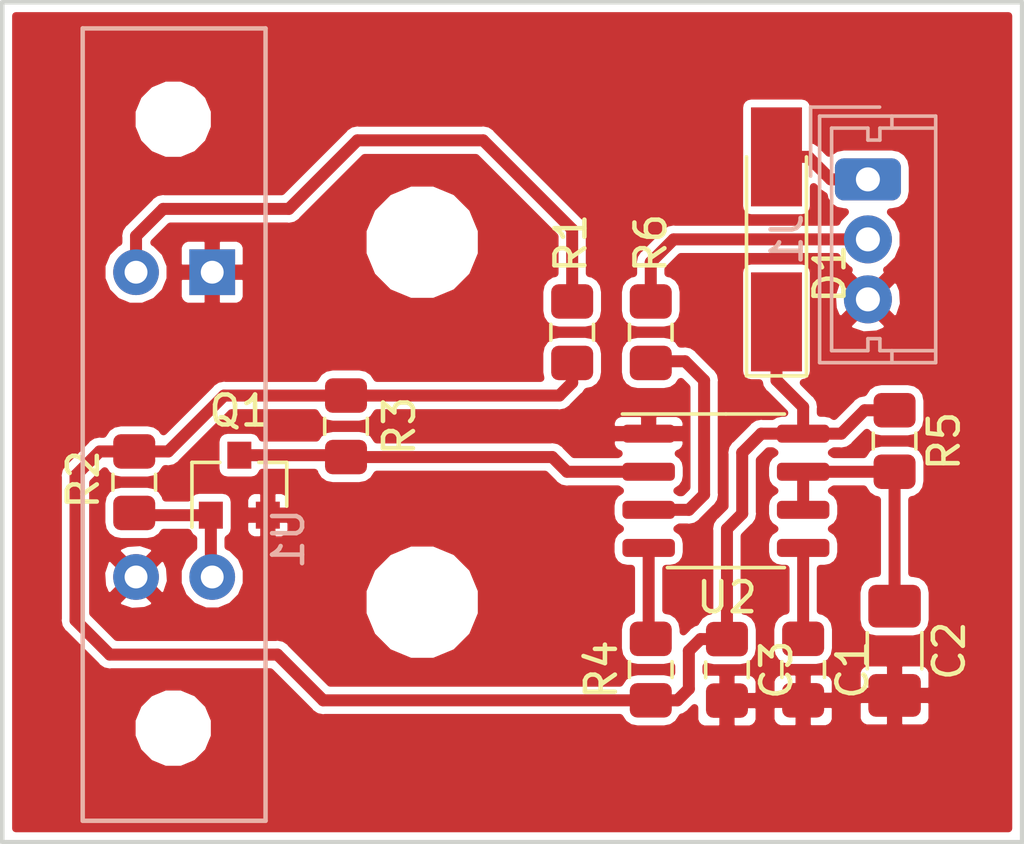
<source format=kicad_pcb>
(kicad_pcb (version 20171130) (host pcbnew "(5.0.0)")

  (general
    (thickness 1.6)
    (drawings 4)
    (tracks 63)
    (zones 0)
    (modules 18)
    (nets 12)
  )

  (page A4)
  (layers
    (0 F.Cu signal)
    (31 B.Cu signal)
    (32 B.Adhes user)
    (33 F.Adhes user)
    (34 B.Paste user)
    (35 F.Paste user)
    (36 B.SilkS user)
    (37 F.SilkS user)
    (38 B.Mask user)
    (39 F.Mask user)
    (40 Dwgs.User user)
    (41 Cmts.User user)
    (42 Eco1.User user)
    (43 Eco2.User user)
    (44 Edge.Cuts user)
    (45 Margin user)
    (46 B.CrtYd user)
    (47 F.CrtYd user)
    (48 B.Fab user)
    (49 F.Fab user hide)
  )

  (setup
    (last_trace_width 0.4)
    (user_trace_width 0.4)
    (user_trace_width 0.6)
    (trace_clearance 0.2)
    (zone_clearance 0.254)
    (zone_45_only no)
    (trace_min 0.2)
    (segment_width 0.2)
    (edge_width 0.15)
    (via_size 0.8)
    (via_drill 0.4)
    (via_min_size 0.4)
    (via_min_drill 0.3)
    (uvia_size 0.3)
    (uvia_drill 0.1)
    (uvias_allowed no)
    (uvia_min_size 0.2)
    (uvia_min_drill 0.1)
    (pcb_text_width 0.3)
    (pcb_text_size 1.5 1.5)
    (mod_edge_width 0.15)
    (mod_text_size 1 1)
    (mod_text_width 0.15)
    (pad_size 1.4 2.2)
    (pad_drill 0.8)
    (pad_to_mask_clearance 0.2)
    (aux_axis_origin 0 0)
    (grid_origin 111 43)
    (visible_elements FFFFFF7F)
    (pcbplotparams
      (layerselection 0x010fc_ffffffff)
      (usegerberextensions false)
      (usegerberattributes false)
      (usegerberadvancedattributes false)
      (creategerberjobfile false)
      (excludeedgelayer true)
      (linewidth 0.100000)
      (plotframeref false)
      (viasonmask false)
      (mode 1)
      (useauxorigin false)
      (hpglpennumber 1)
      (hpglpenspeed 20)
      (hpglpendiameter 15.000000)
      (psnegative false)
      (psa4output false)
      (plotreference true)
      (plotvalue true)
      (plotinvisibletext false)
      (padsonsilk false)
      (subtractmaskfromsilk false)
      (outputformat 1)
      (mirror false)
      (drillshape 1)
      (scaleselection 1)
      (outputdirectory ""))
  )

  (net 0 "")
  (net 1 GND)
  (net 2 "Net-(C1-Pad1)")
  (net 3 "Net-(C2-Pad1)")
  (net 4 "Net-(Q1-Pad1)")
  (net 5 "Net-(Q1-Pad3)")
  (net 6 "Net-(R4-Pad2)")
  (net 7 /OUT)
  (net 8 "Net-(R6-Pad2)")
  (net 9 "Net-(R1-Pad2)")
  (net 10 "Net-(D1-Pad2)")
  (net 11 "Net-(C3-Pad1)")

  (net_class Default "This is the default net class."
    (clearance 0.2)
    (trace_width 0.25)
    (via_dia 0.8)
    (via_drill 0.4)
    (uvia_dia 0.3)
    (uvia_drill 0.1)
    (add_net /OUT)
    (add_net GND)
    (add_net "Net-(C1-Pad1)")
    (add_net "Net-(C2-Pad1)")
    (add_net "Net-(C3-Pad1)")
    (add_net "Net-(D1-Pad2)")
    (add_net "Net-(Q1-Pad1)")
    (add_net "Net-(Q1-Pad3)")
    (add_net "Net-(R1-Pad2)")
    (add_net "Net-(R4-Pad2)")
    (add_net "Net-(R6-Pad2)")
  )

  (module Capacitor_SMD:C_1206_3216Metric_Pad1.42x1.75mm_HandSolder (layer F.Cu) (tedit 5B301BBE) (tstamp 5C977B47)
    (at 126.748 58.621 270)
    (descr "Capacitor SMD 1206 (3216 Metric), square (rectangular) end terminal, IPC_7351 nominal with elongated pad for handsoldering. (Body size source: http://www.tortai-tech.com/upload/download/2011102023233369053.pdf), generated with kicad-footprint-generator")
    (tags "capacitor handsolder")
    (path /5C966112)
    (attr smd)
    (fp_text reference C2 (at 0 -1.82 270) (layer F.SilkS)
      (effects (font (size 1 1) (thickness 0.15)))
    )
    (fp_text value C (at 0 1.82 270) (layer F.Fab)
      (effects (font (size 1 1) (thickness 0.15)))
    )
    (fp_text user %R (at 0 0 270) (layer F.Fab)
      (effects (font (size 0.8 0.8) (thickness 0.12)))
    )
    (fp_line (start 2.45 1.12) (end -2.45 1.12) (layer F.CrtYd) (width 0.05))
    (fp_line (start 2.45 -1.12) (end 2.45 1.12) (layer F.CrtYd) (width 0.05))
    (fp_line (start -2.45 -1.12) (end 2.45 -1.12) (layer F.CrtYd) (width 0.05))
    (fp_line (start -2.45 1.12) (end -2.45 -1.12) (layer F.CrtYd) (width 0.05))
    (fp_line (start -0.602064 0.91) (end 0.602064 0.91) (layer F.SilkS) (width 0.12))
    (fp_line (start -0.602064 -0.91) (end 0.602064 -0.91) (layer F.SilkS) (width 0.12))
    (fp_line (start 1.6 0.8) (end -1.6 0.8) (layer F.Fab) (width 0.1))
    (fp_line (start 1.6 -0.8) (end 1.6 0.8) (layer F.Fab) (width 0.1))
    (fp_line (start -1.6 -0.8) (end 1.6 -0.8) (layer F.Fab) (width 0.1))
    (fp_line (start -1.6 0.8) (end -1.6 -0.8) (layer F.Fab) (width 0.1))
    (pad 2 smd roundrect (at 1.4875 0 270) (size 1.425 1.75) (layers F.Cu F.Paste F.Mask) (roundrect_rratio 0.175439)
      (net 1 GND))
    (pad 1 smd roundrect (at -1.4875 0 270) (size 1.425 1.75) (layers F.Cu F.Paste F.Mask) (roundrect_rratio 0.175439)
      (net 3 "Net-(C2-Pad1)"))
    (model ${KISYS3DMOD}/Capacitor_SMD.3dshapes/C_1206_3216Metric.wrl
      (at (xyz 0 0 0))
      (scale (xyz 1 1 1))
      (rotate (xyz 0 0 0))
    )
  )

  (module various:Opto_Interrupter (layer B.Cu) (tedit 5C94BF06) (tstamp 5C977BD8)
    (at 104 46 180)
    (path /5C964157)
    (fp_text reference U1 (at -2.54 -8.89 90) (layer B.SilkS)
      (effects (font (size 1 1) (thickness 0.15)) (justify mirror))
    )
    (fp_text value Opto_Interrupter (at 1.27 -5.08 90) (layer B.Fab) hide
      (effects (font (size 1 1) (thickness 0.15)) (justify mirror))
    )
    (fp_line (start -1.778 -18.288) (end -1.778 8.128) (layer B.SilkS) (width 0.15))
    (fp_line (start 4.318 -18.288) (end -1.778 -18.288) (layer B.SilkS) (width 0.15))
    (fp_line (start 4.318 8.128) (end 4.318 -18.288) (layer B.SilkS) (width 0.15))
    (fp_line (start -1.778 8.128) (end 4.318 8.128) (layer B.SilkS) (width 0.15))
    (fp_line (start 3.81 2.54) (end -1.27 2.54) (layer B.Fab) (width 0.15))
    (fp_line (start -1.27 -3.81) (end 3.81 -3.81) (layer B.Fab) (width 0.15))
    (fp_line (start 3.81 -6.35) (end -1.27 -6.35) (layer B.Fab) (width 0.15))
    (fp_line (start -1.27 -12.7) (end 3.81 -12.7) (layer B.Fab) (width 0.15))
    (fp_circle (center 1.27 -15.24) (end 2.54 -15.24) (layer B.Fab) (width 0.15))
    (fp_circle (center 1.27 5.08) (end 2.54 5.08) (layer B.Fab) (width 0.15))
    (fp_arc (start 1.27 -15.24) (end -1.27 -15.24) (angle 180) (layer B.Fab) (width 0.15))
    (fp_arc (start 1.27 5.08) (end 3.81 5.08) (angle 180) (layer B.Fab) (width 0.15))
    (fp_line (start 3.81 5.08) (end 3.81 -15.24) (layer B.Fab) (width 0.15))
    (fp_line (start -1.27 -15.24) (end -1.27 5.08) (layer B.Fab) (width 0.15))
    (pad 4 thru_hole circle (at 2.54 -10.16 180) (size 1.524 1.524) (drill 0.762) (layers *.Cu *.Mask)
      (net 1 GND))
    (pad 3 thru_hole circle (at 0 -10.16 180) (size 1.524 1.524) (drill 0.762) (layers *.Cu *.Mask)
      (net 4 "Net-(Q1-Pad1)"))
    (pad 2 thru_hole circle (at 2.54 0 180) (size 1.524 1.524) (drill 0.762) (layers *.Cu *.Mask)
      (net 9 "Net-(R1-Pad2)"))
    (pad 1 thru_hole rect (at 0 0 180) (size 1.524 1.524) (drill 0.762) (layers *.Cu *.Mask)
      (net 1 GND))
  )

  (module MountingHole:MountingHole_3.2mm_M3 (layer F.Cu) (tedit 5C94A7BA) (tstamp 5C983171)
    (at 102.7 61.2)
    (descr "Mounting Hole 3.2mm, no annular, M3")
    (tags "mounting hole 3.2mm no annular m3")
    (attr virtual)
    (fp_text reference REF** (at 0 -4.2) (layer F.SilkS) hide
      (effects (font (size 1 1) (thickness 0.15)))
    )
    (fp_text value MountingHole_3.2mm_M3 (at 0 4.2) (layer F.Fab)
      (effects (font (size 1 1) (thickness 0.15)))
    )
    (fp_circle (center 0 0) (end 3.45 0) (layer F.CrtYd) (width 0.05))
    (fp_circle (center 0 0) (end 3.2 0) (layer Cmts.User) (width 0.15))
    (fp_text user %R (at 0.3 0) (layer F.Fab)
      (effects (font (size 1 1) (thickness 0.15)))
    )
    (pad "" np_thru_hole circle (at 0 0) (size 2 2) (drill 2) (layers *.Cu *.Mask))
  )

  (module MountingHole:MountingHole_3.2mm_M3 (layer F.Cu) (tedit 5C94A7A8) (tstamp 5C983093)
    (at 102.7 40.9)
    (descr "Mounting Hole 3.2mm, no annular, M3")
    (tags "mounting hole 3.2mm no annular m3")
    (attr virtual)
    (fp_text reference REF** (at 0 -4.2) (layer F.SilkS) hide
      (effects (font (size 1 1) (thickness 0.15)))
    )
    (fp_text value MountingHole_3.2mm_M3 (at 0 4.2) (layer F.Fab)
      (effects (font (size 1 1) (thickness 0.15)))
    )
    (fp_text user %R (at 0.3 0) (layer F.Fab)
      (effects (font (size 1 1) (thickness 0.15)))
    )
    (fp_circle (center 0 0) (end 3.2 0) (layer Cmts.User) (width 0.15))
    (fp_circle (center 0 0) (end 3.45 0) (layer F.CrtYd) (width 0.05))
    (pad "" np_thru_hole circle (at 0 0) (size 2 2) (drill 2) (layers *.Cu *.Mask))
  )

  (module MountingHole:MountingHole_3.2mm_M3 (layer F.Cu) (tedit 5C94A7B0) (tstamp 5C981A3F)
    (at 111 57)
    (descr "Mounting Hole 3.2mm, no annular, M3")
    (tags "mounting hole 3.2mm no annular m3")
    (attr virtual)
    (fp_text reference REF** (at 0 -4.2) (layer F.SilkS) hide
      (effects (font (size 1 1) (thickness 0.15)))
    )
    (fp_text value MountingHole_3.2mm_M3 (at 0 4.2) (layer F.Fab)
      (effects (font (size 1 1) (thickness 0.15)))
    )
    (fp_text user %R (at 0.3 0) (layer F.Fab)
      (effects (font (size 1 1) (thickness 0.15)))
    )
    (fp_circle (center 0 0) (end 3.2 0) (layer Cmts.User) (width 0.15))
    (fp_circle (center 0 0) (end 3.45 0) (layer F.CrtYd) (width 0.05))
    (pad "" np_thru_hole circle (at 0 0) (size 3.2 3.2) (drill 3.2) (layers *.Cu *.Mask))
  )

  (module Capacitor_SMD:C_0805_2012Metric_Pad1.15x1.40mm_HandSolder (layer F.Cu) (tedit 5B36C52B) (tstamp 5C977B36)
    (at 123.7 59.247 270)
    (descr "Capacitor SMD 0805 (2012 Metric), square (rectangular) end terminal, IPC_7351 nominal with elongated pad for handsoldering. (Body size source: https://docs.google.com/spreadsheets/d/1BsfQQcO9C6DZCsRaXUlFlo91Tg2WpOkGARC1WS5S8t0/edit?usp=sharing), generated with kicad-footprint-generator")
    (tags "capacitor handsolder")
    (path /5C96894D)
    (attr smd)
    (fp_text reference C1 (at 0 -1.65 270) (layer F.SilkS)
      (effects (font (size 1 1) (thickness 0.15)))
    )
    (fp_text value C (at 0 1.65 270) (layer F.Fab)
      (effects (font (size 1 1) (thickness 0.15)))
    )
    (fp_text user %R (at 0 0 270) (layer F.Fab)
      (effects (font (size 0.5 0.5) (thickness 0.08)))
    )
    (fp_line (start 1.85 0.95) (end -1.85 0.95) (layer F.CrtYd) (width 0.05))
    (fp_line (start 1.85 -0.95) (end 1.85 0.95) (layer F.CrtYd) (width 0.05))
    (fp_line (start -1.85 -0.95) (end 1.85 -0.95) (layer F.CrtYd) (width 0.05))
    (fp_line (start -1.85 0.95) (end -1.85 -0.95) (layer F.CrtYd) (width 0.05))
    (fp_line (start -0.261252 0.71) (end 0.261252 0.71) (layer F.SilkS) (width 0.12))
    (fp_line (start -0.261252 -0.71) (end 0.261252 -0.71) (layer F.SilkS) (width 0.12))
    (fp_line (start 1 0.6) (end -1 0.6) (layer F.Fab) (width 0.1))
    (fp_line (start 1 -0.6) (end 1 0.6) (layer F.Fab) (width 0.1))
    (fp_line (start -1 -0.6) (end 1 -0.6) (layer F.Fab) (width 0.1))
    (fp_line (start -1 0.6) (end -1 -0.6) (layer F.Fab) (width 0.1))
    (pad 2 smd roundrect (at 1.025 0 270) (size 1.15 1.4) (layers F.Cu F.Paste F.Mask) (roundrect_rratio 0.217391)
      (net 1 GND))
    (pad 1 smd roundrect (at -1.025 0 270) (size 1.15 1.4) (layers F.Cu F.Paste F.Mask) (roundrect_rratio 0.217391)
      (net 2 "Net-(C1-Pad1)"))
    (model ${KISYS3DMOD}/Capacitor_SMD.3dshapes/C_0805_2012Metric.wrl
      (at (xyz 0 0 0))
      (scale (xyz 1 1 1))
      (rotate (xyz 0 0 0))
    )
  )

  (module Package_TO_SOT_SMD:SOT-23 (layer F.Cu) (tedit 5C94BF0B) (tstamp 5C977B5C)
    (at 104.904 53.1 90)
    (descr "SOT-23, Standard")
    (tags SOT-23)
    (path /5C964832)
    (attr smd)
    (fp_text reference Q1 (at 2.48 0 180) (layer F.SilkS)
      (effects (font (size 1 1) (thickness 0.15)))
    )
    (fp_text value BC847 (at 0 2.5 90) (layer F.Fab)
      (effects (font (size 1 1) (thickness 0.15)))
    )
    (fp_text user %R (at 0 0 180) (layer F.Fab)
      (effects (font (size 0.5 0.5) (thickness 0.075)))
    )
    (fp_line (start -0.7 -0.95) (end -0.7 1.5) (layer F.Fab) (width 0.1))
    (fp_line (start -0.15 -1.52) (end 0.7 -1.52) (layer F.Fab) (width 0.1))
    (fp_line (start -0.7 -0.95) (end -0.15 -1.52) (layer F.Fab) (width 0.1))
    (fp_line (start 0.7 -1.52) (end 0.7 1.52) (layer F.Fab) (width 0.1))
    (fp_line (start -0.7 1.52) (end 0.7 1.52) (layer F.Fab) (width 0.1))
    (fp_line (start 0.76 1.58) (end 0.76 0.65) (layer F.SilkS) (width 0.12))
    (fp_line (start 0.76 -1.58) (end 0.76 -0.65) (layer F.SilkS) (width 0.12))
    (fp_line (start -1.7 -1.75) (end 1.7 -1.75) (layer F.CrtYd) (width 0.05))
    (fp_line (start 1.7 -1.75) (end 1.7 1.75) (layer F.CrtYd) (width 0.05))
    (fp_line (start 1.7 1.75) (end -1.7 1.75) (layer F.CrtYd) (width 0.05))
    (fp_line (start -1.7 1.75) (end -1.7 -1.75) (layer F.CrtYd) (width 0.05))
    (fp_line (start 0.76 -1.58) (end -1.4 -1.58) (layer F.SilkS) (width 0.12))
    (fp_line (start 0.76 1.58) (end -0.7 1.58) (layer F.SilkS) (width 0.12))
    (pad 1 smd rect (at -1 -0.95 90) (size 0.9 0.8) (layers F.Cu F.Paste F.Mask)
      (net 4 "Net-(Q1-Pad1)"))
    (pad 2 smd rect (at -1 0.95 90) (size 0.9 0.8) (layers F.Cu F.Paste F.Mask)
      (net 1 GND))
    (pad 3 smd rect (at 1 0 90) (size 0.9 0.8) (layers F.Cu F.Paste F.Mask)
      (net 5 "Net-(Q1-Pad3)"))
    (model ${KISYS3DMOD}/Package_TO_SOT_SMD.3dshapes/SOT-23.wrl
      (at (xyz 0 0 0))
      (scale (xyz 1 1 1))
      (rotate (xyz 0 0 0))
    )
  )

  (module Resistor_SMD:R_0805_2012Metric_Pad1.15x1.40mm_HandSolder (layer F.Cu) (tedit 5B36C52B) (tstamp 5C977B6D)
    (at 116 48 90)
    (descr "Resistor SMD 0805 (2012 Metric), square (rectangular) end terminal, IPC_7351 nominal with elongated pad for handsoldering. (Body size source: https://docs.google.com/spreadsheets/d/1BsfQQcO9C6DZCsRaXUlFlo91Tg2WpOkGARC1WS5S8t0/edit?usp=sharing), generated with kicad-footprint-generator")
    (tags "resistor handsolder")
    (path /5C96443D)
    (attr smd)
    (fp_text reference R1 (at 2.968 -0.047 90) (layer F.SilkS)
      (effects (font (size 1 1) (thickness 0.15)))
    )
    (fp_text value 330 (at 0 1.65 90) (layer F.Fab)
      (effects (font (size 1 1) (thickness 0.15)))
    )
    (fp_line (start -1 0.6) (end -1 -0.6) (layer F.Fab) (width 0.1))
    (fp_line (start -1 -0.6) (end 1 -0.6) (layer F.Fab) (width 0.1))
    (fp_line (start 1 -0.6) (end 1 0.6) (layer F.Fab) (width 0.1))
    (fp_line (start 1 0.6) (end -1 0.6) (layer F.Fab) (width 0.1))
    (fp_line (start -0.261252 -0.71) (end 0.261252 -0.71) (layer F.SilkS) (width 0.12))
    (fp_line (start -0.261252 0.71) (end 0.261252 0.71) (layer F.SilkS) (width 0.12))
    (fp_line (start -1.85 0.95) (end -1.85 -0.95) (layer F.CrtYd) (width 0.05))
    (fp_line (start -1.85 -0.95) (end 1.85 -0.95) (layer F.CrtYd) (width 0.05))
    (fp_line (start 1.85 -0.95) (end 1.85 0.95) (layer F.CrtYd) (width 0.05))
    (fp_line (start 1.85 0.95) (end -1.85 0.95) (layer F.CrtYd) (width 0.05))
    (fp_text user %R (at 0 0 90) (layer F.Fab)
      (effects (font (size 0.5 0.5) (thickness 0.08)))
    )
    (pad 1 smd roundrect (at -1.025 0 90) (size 1.15 1.4) (layers F.Cu F.Paste F.Mask) (roundrect_rratio 0.217391)
      (net 11 "Net-(C3-Pad1)"))
    (pad 2 smd roundrect (at 1.025 0 90) (size 1.15 1.4) (layers F.Cu F.Paste F.Mask) (roundrect_rratio 0.217391)
      (net 9 "Net-(R1-Pad2)"))
    (model ${KISYS3DMOD}/Resistor_SMD.3dshapes/R_0805_2012Metric.wrl
      (at (xyz 0 0 0))
      (scale (xyz 1 1 1))
      (rotate (xyz 0 0 0))
    )
  )

  (module Resistor_SMD:R_0805_2012Metric_Pad1.15x1.40mm_HandSolder (layer F.Cu) (tedit 5B36C52B) (tstamp 5C977B7E)
    (at 101.4 53 270)
    (descr "Resistor SMD 0805 (2012 Metric), square (rectangular) end terminal, IPC_7351 nominal with elongated pad for handsoldering. (Body size source: https://docs.google.com/spreadsheets/d/1BsfQQcO9C6DZCsRaXUlFlo91Tg2WpOkGARC1WS5S8t0/edit?usp=sharing), generated with kicad-footprint-generator")
    (tags "resistor handsolder")
    (path /5C964520)
    (attr smd)
    (fp_text reference R2 (at -0.094 1.703 270) (layer F.SilkS)
      (effects (font (size 1 1) (thickness 0.15)))
    )
    (fp_text value 10k (at 0 1.65 270) (layer F.Fab)
      (effects (font (size 1 1) (thickness 0.15)))
    )
    (fp_text user %R (at 0 0 270) (layer F.Fab)
      (effects (font (size 0.5 0.5) (thickness 0.08)))
    )
    (fp_line (start 1.85 0.95) (end -1.85 0.95) (layer F.CrtYd) (width 0.05))
    (fp_line (start 1.85 -0.95) (end 1.85 0.95) (layer F.CrtYd) (width 0.05))
    (fp_line (start -1.85 -0.95) (end 1.85 -0.95) (layer F.CrtYd) (width 0.05))
    (fp_line (start -1.85 0.95) (end -1.85 -0.95) (layer F.CrtYd) (width 0.05))
    (fp_line (start -0.261252 0.71) (end 0.261252 0.71) (layer F.SilkS) (width 0.12))
    (fp_line (start -0.261252 -0.71) (end 0.261252 -0.71) (layer F.SilkS) (width 0.12))
    (fp_line (start 1 0.6) (end -1 0.6) (layer F.Fab) (width 0.1))
    (fp_line (start 1 -0.6) (end 1 0.6) (layer F.Fab) (width 0.1))
    (fp_line (start -1 -0.6) (end 1 -0.6) (layer F.Fab) (width 0.1))
    (fp_line (start -1 0.6) (end -1 -0.6) (layer F.Fab) (width 0.1))
    (pad 2 smd roundrect (at 1.025 0 270) (size 1.15 1.4) (layers F.Cu F.Paste F.Mask) (roundrect_rratio 0.217391)
      (net 4 "Net-(Q1-Pad1)"))
    (pad 1 smd roundrect (at -1.025 0 270) (size 1.15 1.4) (layers F.Cu F.Paste F.Mask) (roundrect_rratio 0.217391)
      (net 11 "Net-(C3-Pad1)"))
    (model ${KISYS3DMOD}/Resistor_SMD.3dshapes/R_0805_2012Metric.wrl
      (at (xyz 0 0 0))
      (scale (xyz 1 1 1))
      (rotate (xyz 0 0 0))
    )
  )

  (module Resistor_SMD:R_0805_2012Metric_Pad1.15x1.40mm_HandSolder (layer F.Cu) (tedit 5B36C52B) (tstamp 5C977B8F)
    (at 108.46 51.137 270)
    (descr "Resistor SMD 0805 (2012 Metric), square (rectangular) end terminal, IPC_7351 nominal with elongated pad for handsoldering. (Body size source: https://docs.google.com/spreadsheets/d/1BsfQQcO9C6DZCsRaXUlFlo91Tg2WpOkGARC1WS5S8t0/edit?usp=sharing), generated with kicad-footprint-generator")
    (tags "resistor handsolder")
    (path /5C9656F5)
    (attr smd)
    (fp_text reference R3 (at -0.009 -1.778 270) (layer F.SilkS)
      (effects (font (size 1 1) (thickness 0.15)))
    )
    (fp_text value 10k (at 0 1.65 270) (layer F.Fab)
      (effects (font (size 1 1) (thickness 0.15)))
    )
    (fp_line (start -1 0.6) (end -1 -0.6) (layer F.Fab) (width 0.1))
    (fp_line (start -1 -0.6) (end 1 -0.6) (layer F.Fab) (width 0.1))
    (fp_line (start 1 -0.6) (end 1 0.6) (layer F.Fab) (width 0.1))
    (fp_line (start 1 0.6) (end -1 0.6) (layer F.Fab) (width 0.1))
    (fp_line (start -0.261252 -0.71) (end 0.261252 -0.71) (layer F.SilkS) (width 0.12))
    (fp_line (start -0.261252 0.71) (end 0.261252 0.71) (layer F.SilkS) (width 0.12))
    (fp_line (start -1.85 0.95) (end -1.85 -0.95) (layer F.CrtYd) (width 0.05))
    (fp_line (start -1.85 -0.95) (end 1.85 -0.95) (layer F.CrtYd) (width 0.05))
    (fp_line (start 1.85 -0.95) (end 1.85 0.95) (layer F.CrtYd) (width 0.05))
    (fp_line (start 1.85 0.95) (end -1.85 0.95) (layer F.CrtYd) (width 0.05))
    (fp_text user %R (at 0 0 270) (layer F.Fab)
      (effects (font (size 0.5 0.5) (thickness 0.08)))
    )
    (pad 1 smd roundrect (at -1.025 0 270) (size 1.15 1.4) (layers F.Cu F.Paste F.Mask) (roundrect_rratio 0.217391)
      (net 11 "Net-(C3-Pad1)"))
    (pad 2 smd roundrect (at 1.025 0 270) (size 1.15 1.4) (layers F.Cu F.Paste F.Mask) (roundrect_rratio 0.217391)
      (net 5 "Net-(Q1-Pad3)"))
    (model ${KISYS3DMOD}/Resistor_SMD.3dshapes/R_0805_2012Metric.wrl
      (at (xyz 0 0 0))
      (scale (xyz 1 1 1))
      (rotate (xyz 0 0 0))
    )
  )

  (module Resistor_SMD:R_0805_2012Metric_Pad1.15x1.40mm_HandSolder (layer F.Cu) (tedit 5B36C52B) (tstamp 5C977BA0)
    (at 118.62 59.247 90)
    (descr "Resistor SMD 0805 (2012 Metric), square (rectangular) end terminal, IPC_7351 nominal with elongated pad for handsoldering. (Body size source: https://docs.google.com/spreadsheets/d/1BsfQQcO9C6DZCsRaXUlFlo91Tg2WpOkGARC1WS5S8t0/edit?usp=sharing), generated with kicad-footprint-generator")
    (tags "resistor handsolder")
    (path /5C969208)
    (attr smd)
    (fp_text reference R4 (at 0 -1.65 90) (layer F.SilkS)
      (effects (font (size 1 1) (thickness 0.15)))
    )
    (fp_text value R (at 0 1.65 90) (layer F.Fab)
      (effects (font (size 1 1) (thickness 0.15)))
    )
    (fp_text user %R (at 0 0 90) (layer F.Fab)
      (effects (font (size 0.5 0.5) (thickness 0.08)))
    )
    (fp_line (start 1.85 0.95) (end -1.85 0.95) (layer F.CrtYd) (width 0.05))
    (fp_line (start 1.85 -0.95) (end 1.85 0.95) (layer F.CrtYd) (width 0.05))
    (fp_line (start -1.85 -0.95) (end 1.85 -0.95) (layer F.CrtYd) (width 0.05))
    (fp_line (start -1.85 0.95) (end -1.85 -0.95) (layer F.CrtYd) (width 0.05))
    (fp_line (start -0.261252 0.71) (end 0.261252 0.71) (layer F.SilkS) (width 0.12))
    (fp_line (start -0.261252 -0.71) (end 0.261252 -0.71) (layer F.SilkS) (width 0.12))
    (fp_line (start 1 0.6) (end -1 0.6) (layer F.Fab) (width 0.1))
    (fp_line (start 1 -0.6) (end 1 0.6) (layer F.Fab) (width 0.1))
    (fp_line (start -1 -0.6) (end 1 -0.6) (layer F.Fab) (width 0.1))
    (fp_line (start -1 0.6) (end -1 -0.6) (layer F.Fab) (width 0.1))
    (pad 2 smd roundrect (at 1.025 0 90) (size 1.15 1.4) (layers F.Cu F.Paste F.Mask) (roundrect_rratio 0.217391)
      (net 6 "Net-(R4-Pad2)"))
    (pad 1 smd roundrect (at -1.025 0 90) (size 1.15 1.4) (layers F.Cu F.Paste F.Mask) (roundrect_rratio 0.217391)
      (net 11 "Net-(C3-Pad1)"))
    (model ${KISYS3DMOD}/Resistor_SMD.3dshapes/R_0805_2012Metric.wrl
      (at (xyz 0 0 0))
      (scale (xyz 1 1 1))
      (rotate (xyz 0 0 0))
    )
  )

  (module Resistor_SMD:R_0805_2012Metric_Pad1.15x1.40mm_HandSolder (layer F.Cu) (tedit 5B36C52B) (tstamp 5C977BB1)
    (at 126.748 51.627 270)
    (descr "Resistor SMD 0805 (2012 Metric), square (rectangular) end terminal, IPC_7351 nominal with elongated pad for handsoldering. (Body size source: https://docs.google.com/spreadsheets/d/1BsfQQcO9C6DZCsRaXUlFlo91Tg2WpOkGARC1WS5S8t0/edit?usp=sharing), generated with kicad-footprint-generator")
    (tags "resistor handsolder")
    (path /5C966ECE)
    (attr smd)
    (fp_text reference R5 (at 0 -1.65 270) (layer F.SilkS)
      (effects (font (size 1 1) (thickness 0.15)))
    )
    (fp_text value R (at 0 1.65 270) (layer F.Fab)
      (effects (font (size 1 1) (thickness 0.15)))
    )
    (fp_text user %R (at 0 0 270) (layer F.Fab)
      (effects (font (size 0.5 0.5) (thickness 0.08)))
    )
    (fp_line (start 1.85 0.95) (end -1.85 0.95) (layer F.CrtYd) (width 0.05))
    (fp_line (start 1.85 -0.95) (end 1.85 0.95) (layer F.CrtYd) (width 0.05))
    (fp_line (start -1.85 -0.95) (end 1.85 -0.95) (layer F.CrtYd) (width 0.05))
    (fp_line (start -1.85 0.95) (end -1.85 -0.95) (layer F.CrtYd) (width 0.05))
    (fp_line (start -0.261252 0.71) (end 0.261252 0.71) (layer F.SilkS) (width 0.12))
    (fp_line (start -0.261252 -0.71) (end 0.261252 -0.71) (layer F.SilkS) (width 0.12))
    (fp_line (start 1 0.6) (end -1 0.6) (layer F.Fab) (width 0.1))
    (fp_line (start 1 -0.6) (end 1 0.6) (layer F.Fab) (width 0.1))
    (fp_line (start -1 -0.6) (end 1 -0.6) (layer F.Fab) (width 0.1))
    (fp_line (start -1 0.6) (end -1 -0.6) (layer F.Fab) (width 0.1))
    (pad 2 smd roundrect (at 1.025 0 270) (size 1.15 1.4) (layers F.Cu F.Paste F.Mask) (roundrect_rratio 0.217391)
      (net 3 "Net-(C2-Pad1)"))
    (pad 1 smd roundrect (at -1.025 0 270) (size 1.15 1.4) (layers F.Cu F.Paste F.Mask) (roundrect_rratio 0.217391)
      (net 11 "Net-(C3-Pad1)"))
    (model ${KISYS3DMOD}/Resistor_SMD.3dshapes/R_0805_2012Metric.wrl
      (at (xyz 0 0 0))
      (scale (xyz 1 1 1))
      (rotate (xyz 0 0 0))
    )
  )

  (module Resistor_SMD:R_0805_2012Metric_Pad1.15x1.40mm_HandSolder (layer F.Cu) (tedit 5B36C52B) (tstamp 5C977BC2)
    (at 118.62 48 270)
    (descr "Resistor SMD 0805 (2012 Metric), square (rectangular) end terminal, IPC_7351 nominal with elongated pad for handsoldering. (Body size source: https://docs.google.com/spreadsheets/d/1BsfQQcO9C6DZCsRaXUlFlo91Tg2WpOkGARC1WS5S8t0/edit?usp=sharing), generated with kicad-footprint-generator")
    (tags "resistor handsolder")
    (path /5C967AAE)
    (attr smd)
    (fp_text reference R6 (at -2.968 0 270) (layer F.SilkS)
      (effects (font (size 1 1) (thickness 0.15)))
    )
    (fp_text value R (at 0 1.65 270) (layer F.Fab)
      (effects (font (size 1 1) (thickness 0.15)))
    )
    (fp_line (start -1 0.6) (end -1 -0.6) (layer F.Fab) (width 0.1))
    (fp_line (start -1 -0.6) (end 1 -0.6) (layer F.Fab) (width 0.1))
    (fp_line (start 1 -0.6) (end 1 0.6) (layer F.Fab) (width 0.1))
    (fp_line (start 1 0.6) (end -1 0.6) (layer F.Fab) (width 0.1))
    (fp_line (start -0.261252 -0.71) (end 0.261252 -0.71) (layer F.SilkS) (width 0.12))
    (fp_line (start -0.261252 0.71) (end 0.261252 0.71) (layer F.SilkS) (width 0.12))
    (fp_line (start -1.85 0.95) (end -1.85 -0.95) (layer F.CrtYd) (width 0.05))
    (fp_line (start -1.85 -0.95) (end 1.85 -0.95) (layer F.CrtYd) (width 0.05))
    (fp_line (start 1.85 -0.95) (end 1.85 0.95) (layer F.CrtYd) (width 0.05))
    (fp_line (start 1.85 0.95) (end -1.85 0.95) (layer F.CrtYd) (width 0.05))
    (fp_text user %R (at 0 0 270) (layer F.Fab)
      (effects (font (size 0.5 0.5) (thickness 0.08)))
    )
    (pad 1 smd roundrect (at -1.025 0 270) (size 1.15 1.4) (layers F.Cu F.Paste F.Mask) (roundrect_rratio 0.217391)
      (net 7 /OUT))
    (pad 2 smd roundrect (at 1.025 0 270) (size 1.15 1.4) (layers F.Cu F.Paste F.Mask) (roundrect_rratio 0.217391)
      (net 8 "Net-(R6-Pad2)"))
    (model ${KISYS3DMOD}/Resistor_SMD.3dshapes/R_0805_2012Metric.wrl
      (at (xyz 0 0 0))
      (scale (xyz 1 1 1))
      (rotate (xyz 0 0 0))
    )
  )

  (module Package_SO:SO-8_3.9x4.9mm_P1.27mm (layer F.Cu) (tedit 5C509AD1) (tstamp 5C977BF2)
    (at 121.125 53.287)
    (descr "SO, 8 Pin (https://www.nxp.com/docs/en/data-sheet/PCF8523.pdf), generated with kicad-footprint-generator ipc_gullwing_generator.py")
    (tags "SO SO")
    (path /5C964081)
    (attr smd)
    (fp_text reference U2 (at 0.035 3.556) (layer F.SilkS)
      (effects (font (size 1 1) (thickness 0.15)))
    )
    (fp_text value NE555 (at 0 3.4) (layer F.Fab)
      (effects (font (size 1 1) (thickness 0.15)))
    )
    (fp_line (start 0 2.56) (end 1.95 2.56) (layer F.SilkS) (width 0.12))
    (fp_line (start 0 2.56) (end -1.95 2.56) (layer F.SilkS) (width 0.12))
    (fp_line (start 0 -2.56) (end 1.95 -2.56) (layer F.SilkS) (width 0.12))
    (fp_line (start 0 -2.56) (end -3.45 -2.56) (layer F.SilkS) (width 0.12))
    (fp_line (start -0.975 -2.45) (end 1.95 -2.45) (layer F.Fab) (width 0.1))
    (fp_line (start 1.95 -2.45) (end 1.95 2.45) (layer F.Fab) (width 0.1))
    (fp_line (start 1.95 2.45) (end -1.95 2.45) (layer F.Fab) (width 0.1))
    (fp_line (start -1.95 2.45) (end -1.95 -1.475) (layer F.Fab) (width 0.1))
    (fp_line (start -1.95 -1.475) (end -0.975 -2.45) (layer F.Fab) (width 0.1))
    (fp_line (start -3.7 -2.7) (end -3.7 2.7) (layer F.CrtYd) (width 0.05))
    (fp_line (start -3.7 2.7) (end 3.7 2.7) (layer F.CrtYd) (width 0.05))
    (fp_line (start 3.7 2.7) (end 3.7 -2.7) (layer F.CrtYd) (width 0.05))
    (fp_line (start 3.7 -2.7) (end -3.7 -2.7) (layer F.CrtYd) (width 0.05))
    (fp_text user %R (at 0 0) (layer F.Fab)
      (effects (font (size 0.98 0.98) (thickness 0.15)))
    )
    (pad 1 smd roundrect (at -2.575 -1.905) (size 1.75 0.6) (layers F.Cu F.Paste F.Mask) (roundrect_rratio 0.25)
      (net 1 GND))
    (pad 2 smd roundrect (at -2.575 -0.635) (size 1.75 0.6) (layers F.Cu F.Paste F.Mask) (roundrect_rratio 0.25)
      (net 5 "Net-(Q1-Pad3)"))
    (pad 3 smd roundrect (at -2.575 0.635) (size 1.75 0.6) (layers F.Cu F.Paste F.Mask) (roundrect_rratio 0.25)
      (net 8 "Net-(R6-Pad2)"))
    (pad 4 smd roundrect (at -2.575 1.905) (size 1.75 0.6) (layers F.Cu F.Paste F.Mask) (roundrect_rratio 0.25)
      (net 6 "Net-(R4-Pad2)"))
    (pad 5 smd roundrect (at 2.575 1.905) (size 1.75 0.6) (layers F.Cu F.Paste F.Mask) (roundrect_rratio 0.25)
      (net 2 "Net-(C1-Pad1)"))
    (pad 6 smd roundrect (at 2.575 0.635) (size 1.75 0.6) (layers F.Cu F.Paste F.Mask) (roundrect_rratio 0.25)
      (net 3 "Net-(C2-Pad1)"))
    (pad 7 smd roundrect (at 2.575 -0.635) (size 1.75 0.6) (layers F.Cu F.Paste F.Mask) (roundrect_rratio 0.25)
      (net 3 "Net-(C2-Pad1)"))
    (pad 8 smd roundrect (at 2.575 -1.905) (size 1.75 0.6) (layers F.Cu F.Paste F.Mask) (roundrect_rratio 0.25)
      (net 11 "Net-(C3-Pad1)"))
    (model ${KISYS3DMOD}/Package_SO.3dshapes/SO-8_3.9x4.9mm_P1.27mm.wrl
      (at (xyz 0 0 0))
      (scale (xyz 1 1 1))
      (rotate (xyz 0 0 0))
    )
  )

  (module Connector_Molex:Molex_Micro-Latch_53253-0370_1x03_P2.00mm_Vertical (layer B.Cu) (tedit 5C94BFDF) (tstamp 5C9810EE)
    (at 125.859 42.905 270)
    (descr "Molex Micro-Latch Wire-to-Board Connector System, 53253-0370 (compatible alternatives: 53253-0350), 3 Pins per row (http://www.molex.com/pdm_docs/sd/532530770_sd.pdf), generated with kicad-footprint-generator")
    (tags "connector Molex Micro-Latch side entry")
    (path /5C970000)
    (fp_text reference J1 (at 2 2.7 270) (layer B.SilkS)
      (effects (font (size 1 1) (thickness 0.15)) (justify mirror))
    )
    (fp_text value Conn_01x03 (at 2 -3.35 270) (layer B.Fab) hide
      (effects (font (size 1 1) (thickness 0.15)) (justify mirror))
    )
    (fp_line (start -2 1.5) (end -2 -2.15) (layer B.Fab) (width 0.1))
    (fp_line (start -2 -2.15) (end 6 -2.15) (layer B.Fab) (width 0.1))
    (fp_line (start 6 -2.15) (end 6 1.5) (layer B.Fab) (width 0.1))
    (fp_line (start 6 1.5) (end -2 1.5) (layer B.Fab) (width 0.1))
    (fp_line (start -2.11 1.61) (end -2.11 -2.26) (layer B.SilkS) (width 0.12))
    (fp_line (start -2.11 -2.26) (end 6.11 -2.26) (layer B.SilkS) (width 0.12))
    (fp_line (start 6.11 -2.26) (end 6.11 1.61) (layer B.SilkS) (width 0.12))
    (fp_line (start 6.11 1.61) (end -2.11 1.61) (layer B.SilkS) (width 0.12))
    (fp_line (start -0.11 1.91) (end -2.41 1.91) (layer B.SilkS) (width 0.12))
    (fp_line (start -2.41 1.91) (end -2.41 -0.39) (layer B.SilkS) (width 0.12))
    (fp_line (start -0.5 1.5) (end 0 0.792893) (layer B.Fab) (width 0.1))
    (fp_line (start 0 0.792893) (end 0.5 1.5) (layer B.Fab) (width 0.1))
    (fp_line (start -2.11 -0.8) (end -1.71 -0.8) (layer B.SilkS) (width 0.12))
    (fp_line (start 6.11 -0.8) (end 5.71 -0.8) (layer B.SilkS) (width 0.12))
    (fp_line (start 2 1.21) (end -1.71 1.21) (layer B.SilkS) (width 0.12))
    (fp_line (start -1.71 1.21) (end -1.71 0) (layer B.SilkS) (width 0.12))
    (fp_line (start -1.71 0) (end -1.31 0) (layer B.SilkS) (width 0.12))
    (fp_line (start -1.31 0) (end -1.31 -0.4) (layer B.SilkS) (width 0.12))
    (fp_line (start -1.31 -0.4) (end -1.71 -0.4) (layer B.SilkS) (width 0.12))
    (fp_line (start -1.71 -0.4) (end -1.71 -2.26) (layer B.SilkS) (width 0.12))
    (fp_line (start 2 1.21) (end 5.71 1.21) (layer B.SilkS) (width 0.12))
    (fp_line (start 5.71 1.21) (end 5.71 0) (layer B.SilkS) (width 0.12))
    (fp_line (start 5.71 0) (end 5.31 0) (layer B.SilkS) (width 0.12))
    (fp_line (start 5.31 0) (end 5.31 -0.4) (layer B.SilkS) (width 0.12))
    (fp_line (start 5.31 -0.4) (end 5.71 -0.4) (layer B.SilkS) (width 0.12))
    (fp_line (start 5.71 -0.4) (end 5.71 -2.26) (layer B.SilkS) (width 0.12))
    (fp_line (start -2.5 2) (end -2.5 -2.65) (layer B.CrtYd) (width 0.05))
    (fp_line (start -2.5 -2.65) (end 6.5 -2.65) (layer B.CrtYd) (width 0.05))
    (fp_line (start 6.5 -2.65) (end 6.5 2) (layer B.CrtYd) (width 0.05))
    (fp_line (start 6.5 2) (end -2.5 2) (layer B.CrtYd) (width 0.05))
    (fp_text user %R (at 2 -1.45 270) (layer B.Fab)
      (effects (font (size 1 1) (thickness 0.15)) (justify mirror))
    )
    (pad 1 thru_hole roundrect (at 0 0 270) (size 1.4 2.2) (drill 0.8) (layers *.Cu *.Mask) (roundrect_rratio 0.208)
      (net 10 "Net-(D1-Pad2)"))
    (pad 2 thru_hole circle (at 2 0 270) (size 1.6 1.6) (drill 0.8) (layers *.Cu *.Mask)
      (net 7 /OUT))
    (pad 3 thru_hole circle (at 4 0 270) (size 1.6 1.6) (drill 0.8) (layers *.Cu *.Mask)
      (net 1 GND))
    (model ${KISYS3DMOD}/Connector_Molex.3dshapes/Molex_Micro-Latch_53253-0370_1x03_P2.00mm_Vertical.wrl
      (at (xyz 0 0 0))
      (scale (xyz 1 1 1))
      (rotate (xyz 0 0 0))
    )
  )

  (module MountingHole:MountingHole_3.2mm_M3 (layer F.Cu) (tedit 5C94A7B4) (tstamp 5C981A26)
    (at 111 45)
    (descr "Mounting Hole 3.2mm, no annular, M3")
    (tags "mounting hole 3.2mm no annular m3")
    (attr virtual)
    (fp_text reference REF** (at 0 -4.2) (layer F.SilkS) hide
      (effects (font (size 1 1) (thickness 0.15)))
    )
    (fp_text value MountingHole_3.2mm_M3 (at 0 4.2) (layer F.Fab)
      (effects (font (size 1 1) (thickness 0.15)))
    )
    (fp_circle (center 0 0) (end 3.45 0) (layer F.CrtYd) (width 0.05))
    (fp_circle (center 0 0) (end 3.2 0) (layer Cmts.User) (width 0.15))
    (fp_text user %R (at 0.3 0) (layer F.Fab)
      (effects (font (size 1 1) (thickness 0.15)))
    )
    (pad "" np_thru_hole circle (at 0 0) (size 3.2 3.2) (drill 3.2) (layers *.Cu *.Mask))
  )

  (module Diode_SMD:D_MiniMELF_Handsoldering (layer F.Cu) (tedit 5905D919) (tstamp 5C9848B6)
    (at 122.811 44.905 90)
    (descr "Diode Mini-MELF Handsoldering")
    (tags "Diode Mini-MELF Handsoldering")
    (path /5C974C82)
    (attr smd)
    (fp_text reference D1 (at -1.143 1.778 90) (layer F.SilkS)
      (effects (font (size 1 1) (thickness 0.15)))
    )
    (fp_text value D (at 0 1.75 90) (layer F.Fab)
      (effects (font (size 1 1) (thickness 0.15)))
    )
    (fp_text user %R (at 0 -1.75 90) (layer F.Fab)
      (effects (font (size 1 1) (thickness 0.15)))
    )
    (fp_line (start 2.75 -1) (end -4.55 -1) (layer F.SilkS) (width 0.12))
    (fp_line (start -4.55 -1) (end -4.55 1) (layer F.SilkS) (width 0.12))
    (fp_line (start -4.55 1) (end 2.75 1) (layer F.SilkS) (width 0.12))
    (fp_line (start 1.65 -0.8) (end 1.65 0.8) (layer F.Fab) (width 0.1))
    (fp_line (start 1.65 0.8) (end -1.65 0.8) (layer F.Fab) (width 0.1))
    (fp_line (start -1.65 0.8) (end -1.65 -0.8) (layer F.Fab) (width 0.1))
    (fp_line (start -1.65 -0.8) (end 1.65 -0.8) (layer F.Fab) (width 0.1))
    (fp_line (start 0.25 0) (end 0.75 0) (layer F.Fab) (width 0.1))
    (fp_line (start 0.25 0.4) (end -0.35 0) (layer F.Fab) (width 0.1))
    (fp_line (start 0.25 -0.4) (end 0.25 0.4) (layer F.Fab) (width 0.1))
    (fp_line (start -0.35 0) (end 0.25 -0.4) (layer F.Fab) (width 0.1))
    (fp_line (start -0.35 0) (end -0.35 0.55) (layer F.Fab) (width 0.1))
    (fp_line (start -0.35 0) (end -0.35 -0.55) (layer F.Fab) (width 0.1))
    (fp_line (start -0.75 0) (end -0.35 0) (layer F.Fab) (width 0.1))
    (fp_line (start -4.65 -1.1) (end 4.65 -1.1) (layer F.CrtYd) (width 0.05))
    (fp_line (start 4.65 -1.1) (end 4.65 1.1) (layer F.CrtYd) (width 0.05))
    (fp_line (start 4.65 1.1) (end -4.65 1.1) (layer F.CrtYd) (width 0.05))
    (fp_line (start -4.65 1.1) (end -4.65 -1.1) (layer F.CrtYd) (width 0.05))
    (pad 1 smd rect (at -2.75 0 90) (size 3.3 1.7) (layers F.Cu F.Paste F.Mask)
      (net 11 "Net-(C3-Pad1)"))
    (pad 2 smd rect (at 2.75 0 90) (size 3.3 1.7) (layers F.Cu F.Paste F.Mask)
      (net 10 "Net-(D1-Pad2)"))
    (model ${KISYS3DMOD}/Diode_SMD.3dshapes/D_MiniMELF.wrl
      (at (xyz 0 0 0))
      (scale (xyz 1 1 1))
      (rotate (xyz 0 0 0))
    )
  )

  (module Capacitor_SMD:C_0805_2012Metric_Pad1.15x1.40mm_HandSolder (layer F.Cu) (tedit 5B36C52B) (tstamp 5C98659D)
    (at 121.16 59.256 270)
    (descr "Capacitor SMD 0805 (2012 Metric), square (rectangular) end terminal, IPC_7351 nominal with elongated pad for handsoldering. (Body size source: https://docs.google.com/spreadsheets/d/1BsfQQcO9C6DZCsRaXUlFlo91Tg2WpOkGARC1WS5S8t0/edit?usp=sharing), generated with kicad-footprint-generator")
    (tags "capacitor handsolder")
    (path /5C974E92)
    (attr smd)
    (fp_text reference C3 (at 0 -1.65 270) (layer F.SilkS)
      (effects (font (size 1 1) (thickness 0.15)))
    )
    (fp_text value C (at 0 1.65 270) (layer F.Fab)
      (effects (font (size 1 1) (thickness 0.15)))
    )
    (fp_line (start -1 0.6) (end -1 -0.6) (layer F.Fab) (width 0.1))
    (fp_line (start -1 -0.6) (end 1 -0.6) (layer F.Fab) (width 0.1))
    (fp_line (start 1 -0.6) (end 1 0.6) (layer F.Fab) (width 0.1))
    (fp_line (start 1 0.6) (end -1 0.6) (layer F.Fab) (width 0.1))
    (fp_line (start -0.261252 -0.71) (end 0.261252 -0.71) (layer F.SilkS) (width 0.12))
    (fp_line (start -0.261252 0.71) (end 0.261252 0.71) (layer F.SilkS) (width 0.12))
    (fp_line (start -1.85 0.95) (end -1.85 -0.95) (layer F.CrtYd) (width 0.05))
    (fp_line (start -1.85 -0.95) (end 1.85 -0.95) (layer F.CrtYd) (width 0.05))
    (fp_line (start 1.85 -0.95) (end 1.85 0.95) (layer F.CrtYd) (width 0.05))
    (fp_line (start 1.85 0.95) (end -1.85 0.95) (layer F.CrtYd) (width 0.05))
    (fp_text user %R (at 0 0 270) (layer F.Fab)
      (effects (font (size 0.5 0.5) (thickness 0.08)))
    )
    (pad 1 smd roundrect (at -1.025 0 270) (size 1.15 1.4) (layers F.Cu F.Paste F.Mask) (roundrect_rratio 0.217391)
      (net 11 "Net-(C3-Pad1)"))
    (pad 2 smd roundrect (at 1.025 0 270) (size 1.15 1.4) (layers F.Cu F.Paste F.Mask) (roundrect_rratio 0.217391)
      (net 1 GND))
    (model ${KISYS3DMOD}/Capacitor_SMD.3dshapes/C_0805_2012Metric.wrl
      (at (xyz 0 0 0))
      (scale (xyz 1 1 1))
      (rotate (xyz 0 0 0))
    )
  )

  (gr_line (start 131 65) (end 97 65) (layer Edge.Cuts) (width 0.15))
  (gr_line (start 131 37) (end 131 65) (layer Edge.Cuts) (width 0.15))
  (gr_line (start 97 37) (end 131 37) (layer Edge.Cuts) (width 0.15))
  (gr_line (start 97 65) (end 97 37) (layer Edge.Cuts) (width 0.15))

  (segment (start 123.7 55.192) (end 123.7 58.222) (width 0.4) (layer F.Cu) (net 2))
  (segment (start 123.7 53.922) (end 123.7 52.652) (width 0.4) (layer F.Cu) (net 3))
  (segment (start 123.7 52.652) (end 126.748 52.652) (width 0.4) (layer F.Cu) (net 3))
  (segment (start 103.888 45.888) (end 104 46) (width 0.4) (layer F.Cu) (net 1))
  (segment (start 126.748 52.652) (end 126.748 57.097) (width 0.4) (layer F.Cu) (net 3))
  (segment (start 101.475 54.1) (end 101.4 54.025) (width 0.4) (layer F.Cu) (net 4))
  (segment (start 103.954 54.1) (end 101.475 54.1) (width 0.4) (layer F.Cu) (net 4))
  (segment (start 103.954 56.114) (end 104 56.16) (width 0.4) (layer F.Cu) (net 4))
  (segment (start 103.954 54.1) (end 103.954 56.114) (width 0.4) (layer F.Cu) (net 4))
  (segment (start 108.398 52.1) (end 108.46 52.162) (width 0.4) (layer F.Cu) (net 5))
  (segment (start 104.904 52.1) (end 108.398 52.1) (width 0.4) (layer F.Cu) (net 5))
  (segment (start 108.46 52.162) (end 115.336 52.162) (width 0.4) (layer F.Cu) (net 5))
  (segment (start 115.826 52.652) (end 118.55 52.652) (width 0.4) (layer F.Cu) (net 5))
  (segment (start 115.336 52.162) (end 115.826 52.652) (width 0.4) (layer F.Cu) (net 5))
  (segment (start 118.55 58.152) (end 118.62 58.222) (width 0.4) (layer F.Cu) (net 6))
  (segment (start 118.55 55.192) (end 118.55 58.152) (width 0.4) (layer F.Cu) (net 6))
  (segment (start 118.62 46.975) (end 118.62 45.667) (width 0.4) (layer F.Cu) (net 7))
  (segment (start 119.382 44.905) (end 125.859 44.905) (width 0.4) (layer F.Cu) (net 7))
  (segment (start 118.62 45.667) (end 119.382 44.905) (width 0.4) (layer F.Cu) (net 7))
  (segment (start 119.763 48.969) (end 118.62 48.969) (width 0.4) (layer F.Cu) (net 8))
  (segment (start 120.398 49.604) (end 119.763 48.969) (width 0.4) (layer F.Cu) (net 8))
  (segment (start 120.398 53.414) (end 120.398 49.604) (width 0.4) (layer F.Cu) (net 8))
  (segment (start 118.55 53.922) (end 119.89 53.922) (width 0.4) (layer F.Cu) (net 8))
  (segment (start 119.89 53.922) (end 120.398 53.414) (width 0.4) (layer F.Cu) (net 8))
  (segment (start 116 44.571) (end 116 46.975) (width 0.4) (layer F.Cu) (net 9))
  (segment (start 101.46 44.793) (end 102.364 43.889) (width 0.4) (layer F.Cu) (net 9))
  (segment (start 101.46 46) (end 101.46 44.793) (width 0.4) (layer F.Cu) (net 9))
  (segment (start 102.364 43.889) (end 106.555 43.889) (width 0.4) (layer F.Cu) (net 9))
  (segment (start 106.555 43.889) (end 108.841 41.603) (width 0.4) (layer F.Cu) (net 9))
  (segment (start 108.841 41.603) (end 113.032 41.603) (width 0.4) (layer F.Cu) (net 9))
  (segment (start 113.032 41.603) (end 116 44.571) (width 0.4) (layer F.Cu) (net 9))
  (segment (start 125.75 50.602) (end 126.748 50.602) (width 0.4) (layer F.Cu) (net 11))
  (segment (start 123.7 51.382) (end 124.97 51.382) (width 0.4) (layer F.Cu) (net 11))
  (segment (start 124.97 51.382) (end 125.75 50.602) (width 0.4) (layer F.Cu) (net 11))
  (segment (start 122.811 42.155) (end 123.871 42.155) (width 0.4) (layer F.Cu) (net 10))
  (segment (start 124.621 42.905) (end 125.859 42.905) (width 0.4) (layer F.Cu) (net 10))
  (segment (start 123.871 42.155) (end 124.621 42.905) (width 0.4) (layer F.Cu) (net 10))
  (segment (start 122.811 47.655) (end 122.811 49.604) (width 0.4) (layer F.Cu) (net 11))
  (segment (start 123.7 50.493) (end 123.7 51.382) (width 0.4) (layer F.Cu) (net 11))
  (segment (start 122.811 49.604) (end 123.7 50.493) (width 0.4) (layer F.Cu) (net 11))
  (segment (start 107.698 60.272) (end 118.62 60.272) (width 0.4) (layer F.Cu) (net 11))
  (segment (start 100.247 51.975) (end 99.443 52.779) (width 0.4) (layer F.Cu) (net 11))
  (segment (start 101.4 51.975) (end 100.247 51.975) (width 0.4) (layer F.Cu) (net 11))
  (segment (start 99.443 52.779) (end 99.443 57.605) (width 0.4) (layer F.Cu) (net 11))
  (segment (start 99.443 57.605) (end 100.586 58.748) (width 0.4) (layer F.Cu) (net 11))
  (segment (start 100.586 58.748) (end 106.174 58.748) (width 0.4) (layer F.Cu) (net 11))
  (segment (start 106.174 58.748) (end 107.698 60.272) (width 0.4) (layer F.Cu) (net 11))
  (segment (start 104.396 50.112) (end 108.46 50.112) (width 0.4) (layer F.Cu) (net 11))
  (segment (start 101.4 51.975) (end 102.533 51.975) (width 0.4) (layer F.Cu) (net 11))
  (segment (start 102.533 51.975) (end 104.396 50.112) (width 0.4) (layer F.Cu) (net 11))
  (segment (start 118.62 60.272) (end 119.509 60.272) (width 0.4) (layer F.Cu) (net 11))
  (segment (start 119.509 60.272) (end 119.89 59.891) (width 0.4) (layer F.Cu) (net 11))
  (segment (start 119.89 59.891) (end 119.89 58.621) (width 0.4) (layer F.Cu) (net 11))
  (segment (start 120.28 58.231) (end 121.16 58.231) (width 0.4) (layer F.Cu) (net 11))
  (segment (start 119.89 58.621) (end 120.28 58.231) (width 0.4) (layer F.Cu) (net 11))
  (segment (start 121.16 54.557) (end 121.16 58.231) (width 0.4) (layer F.Cu) (net 11))
  (segment (start 121.668 54.049) (end 121.16 54.557) (width 0.4) (layer F.Cu) (net 11))
  (segment (start 121.668 52.017) (end 121.668 54.049) (width 0.4) (layer F.Cu) (net 11))
  (segment (start 123.7 51.382) (end 122.303 51.382) (width 0.4) (layer F.Cu) (net 11))
  (segment (start 122.303 51.382) (end 121.668 52.017) (width 0.4) (layer F.Cu) (net 11))
  (segment (start 116 49.684) (end 116 49.025) (width 0.4) (layer F.Cu) (net 11))
  (segment (start 108.46 50.112) (end 115.572 50.112) (width 0.4) (layer F.Cu) (net 11))
  (segment (start 115.572 50.112) (end 116 49.684) (width 0.4) (layer F.Cu) (net 11))

  (zone (net 1) (net_name GND) (layer F.Cu) (tstamp 0) (hatch edge 0.508)
    (connect_pads (clearance 0.254))
    (min_thickness 0.254)
    (fill yes (arc_segments 16) (thermal_gap 0.254) (thermal_bridge_width 0.508))
    (polygon
      (pts
        (xy 97 37) (xy 131 37) (xy 131 65) (xy 97 65)
      )
    )
    (filled_polygon
      (pts
        (xy 130.544001 64.544) (xy 97.456 64.544) (xy 97.456 60.925302) (xy 101.319 60.925302) (xy 101.319 61.474698)
        (xy 101.529245 61.982273) (xy 101.917727 62.370755) (xy 102.425302 62.581) (xy 102.974698 62.581) (xy 103.482273 62.370755)
        (xy 103.870755 61.982273) (xy 104.081 61.474698) (xy 104.081 60.925302) (xy 103.870755 60.417727) (xy 103.482273 60.029245)
        (xy 102.974698 59.819) (xy 102.425302 59.819) (xy 101.917727 60.029245) (xy 101.529245 60.417727) (xy 101.319 60.925302)
        (xy 97.456 60.925302) (xy 97.456 52.779) (xy 98.850619 52.779) (xy 98.862 52.836218) (xy 98.862001 57.547777)
        (xy 98.850619 57.605) (xy 98.89571 57.831694) (xy 98.991709 57.975366) (xy 98.991711 57.975368) (xy 99.024124 58.023877)
        (xy 99.072632 58.05629) (xy 100.134712 59.118371) (xy 100.167123 59.166877) (xy 100.215629 59.199288) (xy 100.215632 59.199291)
        (xy 100.289103 59.248382) (xy 100.359305 59.29529) (xy 100.528778 59.329) (xy 100.528783 59.329) (xy 100.585999 59.340381)
        (xy 100.643216 59.329) (xy 105.933343 59.329) (xy 107.24671 60.642368) (xy 107.279123 60.690877) (xy 107.327632 60.72329)
        (xy 107.345313 60.735104) (xy 107.471305 60.81929) (xy 107.640778 60.853) (xy 107.640782 60.853) (xy 107.697999 60.864381)
        (xy 107.755216 60.853) (xy 117.587934 60.853) (xy 117.718537 61.048463) (xy 117.92567 61.186864) (xy 118.169999 61.235464)
        (xy 119.070001 61.235464) (xy 119.31433 61.186864) (xy 119.521463 61.048463) (xy 119.659864 60.84133) (xy 119.661305 60.834087)
        (xy 119.735695 60.81929) (xy 119.927877 60.690877) (xy 119.960292 60.642366) (xy 120.079 60.523657) (xy 120.079 60.931786)
        (xy 120.137004 61.07182) (xy 120.244181 61.178996) (xy 120.384215 61.237) (xy 120.93775 61.237) (xy 121.033 61.14175)
        (xy 121.033 60.408) (xy 121.287 60.408) (xy 121.287 61.14175) (xy 121.38225 61.237) (xy 121.935785 61.237)
        (xy 122.075819 61.178996) (xy 122.182996 61.07182) (xy 122.241 60.931786) (xy 122.241 60.50325) (xy 122.232 60.49425)
        (xy 122.619 60.49425) (xy 122.619 60.922786) (xy 122.677004 61.06282) (xy 122.784181 61.169996) (xy 122.924215 61.228)
        (xy 123.47775 61.228) (xy 123.573 61.13275) (xy 123.573 60.399) (xy 123.827 60.399) (xy 123.827 61.13275)
        (xy 123.92225 61.228) (xy 124.475785 61.228) (xy 124.615819 61.169996) (xy 124.722996 61.06282) (xy 124.781 60.922786)
        (xy 124.781 60.49425) (xy 124.68575 60.399) (xy 123.827 60.399) (xy 123.573 60.399) (xy 122.71425 60.399)
        (xy 122.619 60.49425) (xy 122.232 60.49425) (xy 122.14575 60.408) (xy 121.287 60.408) (xy 121.033 60.408)
        (xy 121.013 60.408) (xy 121.013 60.33075) (xy 125.492 60.33075) (xy 125.492 60.896786) (xy 125.550004 61.03682)
        (xy 125.657181 61.143996) (xy 125.797215 61.202) (xy 126.52575 61.202) (xy 126.621 61.10675) (xy 126.621 60.2355)
        (xy 126.875 60.2355) (xy 126.875 61.10675) (xy 126.97025 61.202) (xy 127.698785 61.202) (xy 127.838819 61.143996)
        (xy 127.945996 61.03682) (xy 128.004 60.896786) (xy 128.004 60.33075) (xy 127.90875 60.2355) (xy 126.875 60.2355)
        (xy 126.621 60.2355) (xy 125.58725 60.2355) (xy 125.492 60.33075) (xy 121.013 60.33075) (xy 121.013 60.154)
        (xy 121.033 60.154) (xy 121.033 59.42025) (xy 121.287 59.42025) (xy 121.287 60.154) (xy 122.14575 60.154)
        (xy 122.241 60.05875) (xy 122.241 59.630214) (xy 122.237273 59.621214) (xy 122.619 59.621214) (xy 122.619 60.04975)
        (xy 122.71425 60.145) (xy 123.573 60.145) (xy 123.573 59.41125) (xy 123.827 59.41125) (xy 123.827 60.145)
        (xy 124.68575 60.145) (xy 124.781 60.04975) (xy 124.781 59.621214) (xy 124.722996 59.48118) (xy 124.615819 59.374004)
        (xy 124.485959 59.320214) (xy 125.492 59.320214) (xy 125.492 59.88625) (xy 125.58725 59.9815) (xy 126.621 59.9815)
        (xy 126.621 59.11025) (xy 126.875 59.11025) (xy 126.875 59.9815) (xy 127.90875 59.9815) (xy 128.004 59.88625)
        (xy 128.004 59.320214) (xy 127.945996 59.18018) (xy 127.838819 59.073004) (xy 127.698785 59.015) (xy 126.97025 59.015)
        (xy 126.875 59.11025) (xy 126.621 59.11025) (xy 126.52575 59.015) (xy 125.797215 59.015) (xy 125.657181 59.073004)
        (xy 125.550004 59.18018) (xy 125.492 59.320214) (xy 124.485959 59.320214) (xy 124.475785 59.316) (xy 123.92225 59.316)
        (xy 123.827 59.41125) (xy 123.573 59.41125) (xy 123.47775 59.316) (xy 122.924215 59.316) (xy 122.784181 59.374004)
        (xy 122.677004 59.48118) (xy 122.619 59.621214) (xy 122.237273 59.621214) (xy 122.182996 59.49018) (xy 122.075819 59.383004)
        (xy 121.935785 59.325) (xy 121.38225 59.325) (xy 121.287 59.42025) (xy 121.033 59.42025) (xy 120.93775 59.325)
        (xy 120.471 59.325) (xy 120.471 59.146924) (xy 120.709999 59.194464) (xy 121.610001 59.194464) (xy 121.85433 59.145864)
        (xy 122.061463 59.007463) (xy 122.199864 58.80033) (xy 122.248464 58.556001) (xy 122.248464 57.905999) (xy 122.199864 57.66167)
        (xy 122.061463 57.454537) (xy 121.85433 57.316136) (xy 121.741 57.293593) (xy 121.741 54.797657) (xy 122.038368 54.50029)
        (xy 122.086877 54.467877) (xy 122.21529 54.275695) (xy 122.249 54.106222) (xy 122.249 54.106218) (xy 122.260381 54.049001)
        (xy 122.249 53.991784) (xy 122.249 52.257657) (xy 122.543658 51.963) (xy 122.66945 51.963) (xy 122.750267 52.017)
        (xy 122.594248 52.121248) (xy 122.477524 52.295939) (xy 122.436536 52.502) (xy 122.436536 52.802) (xy 122.477524 53.008061)
        (xy 122.594248 53.182752) (xy 122.750267 53.287) (xy 122.594248 53.391248) (xy 122.477524 53.565939) (xy 122.436536 53.772)
        (xy 122.436536 54.072) (xy 122.477524 54.278061) (xy 122.594248 54.452752) (xy 122.750267 54.557) (xy 122.594248 54.661248)
        (xy 122.477524 54.835939) (xy 122.436536 55.042) (xy 122.436536 55.342) (xy 122.477524 55.548061) (xy 122.594248 55.722752)
        (xy 122.768939 55.839476) (xy 122.975 55.880464) (xy 123.119 55.880464) (xy 123.119001 57.284593) (xy 123.00567 57.307136)
        (xy 122.798537 57.445537) (xy 122.660136 57.65267) (xy 122.611536 57.896999) (xy 122.611536 58.547001) (xy 122.660136 58.79133)
        (xy 122.798537 58.998463) (xy 123.00567 59.136864) (xy 123.249999 59.185464) (xy 124.150001 59.185464) (xy 124.39433 59.136864)
        (xy 124.601463 58.998463) (xy 124.739864 58.79133) (xy 124.788464 58.547001) (xy 124.788464 57.896999) (xy 124.739864 57.65267)
        (xy 124.601463 57.445537) (xy 124.39433 57.307136) (xy 124.281 57.284593) (xy 124.281 55.880464) (xy 124.425 55.880464)
        (xy 124.631061 55.839476) (xy 124.805752 55.722752) (xy 124.922476 55.548061) (xy 124.963464 55.342) (xy 124.963464 55.042)
        (xy 124.922476 54.835939) (xy 124.805752 54.661248) (xy 124.649733 54.557) (xy 124.805752 54.452752) (xy 124.922476 54.278061)
        (xy 124.963464 54.072) (xy 124.963464 53.772) (xy 124.922476 53.565939) (xy 124.805752 53.391248) (xy 124.649733 53.287)
        (xy 124.73055 53.233) (xy 125.715934 53.233) (xy 125.846537 53.428463) (xy 126.05367 53.566864) (xy 126.167 53.589407)
        (xy 126.167001 56.032536) (xy 126.123 56.032536) (xy 125.87867 56.081136) (xy 125.671538 56.219538) (xy 125.533136 56.42667)
        (xy 125.484536 56.671) (xy 125.484536 57.596) (xy 125.533136 57.84033) (xy 125.671538 58.047462) (xy 125.87867 58.185864)
        (xy 126.123 58.234464) (xy 127.373 58.234464) (xy 127.61733 58.185864) (xy 127.824462 58.047462) (xy 127.962864 57.84033)
        (xy 128.011464 57.596) (xy 128.011464 56.671) (xy 127.962864 56.42667) (xy 127.824462 56.219538) (xy 127.61733 56.081136)
        (xy 127.373 56.032536) (xy 127.329 56.032536) (xy 127.329 53.589407) (xy 127.44233 53.566864) (xy 127.649463 53.428463)
        (xy 127.787864 53.22133) (xy 127.836464 52.977001) (xy 127.836464 52.326999) (xy 127.787864 52.08267) (xy 127.649463 51.875537)
        (xy 127.44233 51.737136) (xy 127.198001 51.688536) (xy 126.297999 51.688536) (xy 126.05367 51.737136) (xy 125.846537 51.875537)
        (xy 125.715934 52.071) (xy 124.73055 52.071) (xy 124.649733 52.017) (xy 124.73055 51.963) (xy 124.912782 51.963)
        (xy 124.97 51.974381) (xy 125.027218 51.963) (xy 125.027222 51.963) (xy 125.196695 51.92929) (xy 125.388877 51.800877)
        (xy 125.421292 51.752365) (xy 125.825972 51.347685) (xy 125.846537 51.378463) (xy 126.05367 51.516864) (xy 126.297999 51.565464)
        (xy 127.198001 51.565464) (xy 127.44233 51.516864) (xy 127.649463 51.378463) (xy 127.787864 51.17133) (xy 127.836464 50.927001)
        (xy 127.836464 50.276999) (xy 127.787864 50.03267) (xy 127.649463 49.825537) (xy 127.44233 49.687136) (xy 127.198001 49.638536)
        (xy 126.297999 49.638536) (xy 126.05367 49.687136) (xy 125.846537 49.825537) (xy 125.719482 50.015689) (xy 125.692782 50.021)
        (xy 125.692778 50.021) (xy 125.525024 50.054368) (xy 125.523305 50.05471) (xy 125.379633 50.150709) (xy 125.379632 50.15071)
        (xy 125.331123 50.183123) (xy 125.29871 50.231632) (xy 124.729826 50.800516) (xy 124.631061 50.734524) (xy 124.425 50.693536)
        (xy 124.281 50.693536) (xy 124.281 50.550218) (xy 124.292381 50.493) (xy 124.281 50.435782) (xy 124.281 50.435778)
        (xy 124.24729 50.266305) (xy 124.118877 50.074123) (xy 124.070368 50.04171) (xy 123.711981 49.683323) (xy 123.809659 49.663894)
        (xy 123.935686 49.579686) (xy 124.019894 49.453659) (xy 124.049464 49.305) (xy 124.049464 47.773744) (xy 125.169861 47.773744)
        (xy 125.257918 47.948383) (xy 125.702959 48.098984) (xy 126.171755 48.067812) (xy 126.460082 47.948383) (xy 126.548139 47.773744)
        (xy 125.859 47.084605) (xy 125.169861 47.773744) (xy 124.049464 47.773744) (xy 124.049464 46.748959) (xy 124.665016 46.748959)
        (xy 124.696188 47.217755) (xy 124.815617 47.506082) (xy 124.990256 47.594139) (xy 125.679395 46.905) (xy 126.038605 46.905)
        (xy 126.727744 47.594139) (xy 126.902383 47.506082) (xy 127.052984 47.061041) (xy 127.021812 46.592245) (xy 126.902383 46.303918)
        (xy 126.727744 46.215861) (xy 126.038605 46.905) (xy 125.679395 46.905) (xy 124.990256 46.215861) (xy 124.815617 46.303918)
        (xy 124.665016 46.748959) (xy 124.049464 46.748959) (xy 124.049464 46.005) (xy 124.019894 45.856341) (xy 123.935686 45.730314)
        (xy 123.809659 45.646106) (xy 123.661 45.616536) (xy 121.961 45.616536) (xy 121.812341 45.646106) (xy 121.686314 45.730314)
        (xy 121.602106 45.856341) (xy 121.572536 46.005) (xy 121.572536 49.305) (xy 121.602106 49.453659) (xy 121.686314 49.579686)
        (xy 121.812341 49.663894) (xy 121.961 49.693464) (xy 122.236414 49.693464) (xy 122.26371 49.830694) (xy 122.359709 49.974366)
        (xy 122.359711 49.974368) (xy 122.392124 50.022877) (xy 122.440633 50.05529) (xy 123.078878 50.693536) (xy 122.975 50.693536)
        (xy 122.768939 50.734524) (xy 122.66945 50.801) (xy 122.360218 50.801) (xy 122.303 50.789619) (xy 122.245782 50.801)
        (xy 122.245778 50.801) (xy 122.106545 50.828695) (xy 122.076305 50.83471) (xy 121.932633 50.930709) (xy 121.932632 50.93071)
        (xy 121.884123 50.963123) (xy 121.85171 51.011632) (xy 121.297635 51.565708) (xy 121.249123 51.598123) (xy 121.12071 51.790306)
        (xy 121.087 51.959779) (xy 121.087 51.959782) (xy 121.075619 52.017) (xy 121.087 52.074218) (xy 121.087001 53.808341)
        (xy 120.789634 54.105708) (xy 120.741123 54.138123) (xy 120.61271 54.330306) (xy 120.579 54.499779) (xy 120.579 54.499782)
        (xy 120.567619 54.557) (xy 120.579 54.614218) (xy 120.579001 57.293593) (xy 120.46567 57.316136) (xy 120.258537 57.454537)
        (xy 120.120136 57.66167) (xy 120.118325 57.670777) (xy 120.053305 57.68371) (xy 119.861123 57.812123) (xy 119.82871 57.860632)
        (xy 119.708464 57.980878) (xy 119.708464 57.896999) (xy 119.659864 57.65267) (xy 119.521463 57.445537) (xy 119.31433 57.307136)
        (xy 119.131 57.270669) (xy 119.131 55.880464) (xy 119.275 55.880464) (xy 119.481061 55.839476) (xy 119.655752 55.722752)
        (xy 119.772476 55.548061) (xy 119.813464 55.342) (xy 119.813464 55.042) (xy 119.772476 54.835939) (xy 119.655752 54.661248)
        (xy 119.499733 54.557) (xy 119.58055 54.503) (xy 119.832782 54.503) (xy 119.89 54.514381) (xy 119.947218 54.503)
        (xy 119.947222 54.503) (xy 120.116695 54.46929) (xy 120.308877 54.340877) (xy 120.341292 54.292366) (xy 120.768368 53.86529)
        (xy 120.816877 53.832877) (xy 120.94529 53.640695) (xy 120.979 53.471222) (xy 120.979 53.471218) (xy 120.990381 53.414001)
        (xy 120.979 53.356784) (xy 120.979 49.661218) (xy 120.990381 49.604) (xy 120.979 49.546782) (xy 120.979 49.546778)
        (xy 120.94529 49.377305) (xy 120.816877 49.185123) (xy 120.768368 49.15271) (xy 120.214292 48.598635) (xy 120.181877 48.550123)
        (xy 119.989695 48.42171) (xy 119.820222 48.388) (xy 119.820218 48.388) (xy 119.763 48.376619) (xy 119.705782 48.388)
        (xy 119.614649 48.388) (xy 119.521463 48.248537) (xy 119.31433 48.110136) (xy 119.070001 48.061536) (xy 118.169999 48.061536)
        (xy 117.92567 48.110136) (xy 117.718537 48.248537) (xy 117.580136 48.45567) (xy 117.531536 48.699999) (xy 117.531536 49.350001)
        (xy 117.580136 49.59433) (xy 117.718537 49.801463) (xy 117.92567 49.939864) (xy 118.169999 49.988464) (xy 119.070001 49.988464)
        (xy 119.31433 49.939864) (xy 119.521463 49.801463) (xy 119.622537 49.650194) (xy 119.817001 49.844659) (xy 119.817 53.173342)
        (xy 119.649343 53.341) (xy 119.58055 53.341) (xy 119.499733 53.287) (xy 119.655752 53.182752) (xy 119.772476 53.008061)
        (xy 119.813464 52.802) (xy 119.813464 52.502) (xy 119.772476 52.295939) (xy 119.655752 52.121248) (xy 119.542634 52.045666)
        (xy 119.64082 52.004996) (xy 119.747996 51.897819) (xy 119.806 51.757785) (xy 119.806 51.60425) (xy 119.71075 51.509)
        (xy 118.677 51.509) (xy 118.677 51.529) (xy 118.423 51.529) (xy 118.423 51.509) (xy 117.38925 51.509)
        (xy 117.294 51.60425) (xy 117.294 51.757785) (xy 117.352004 51.897819) (xy 117.45918 52.004996) (xy 117.557366 52.045666)
        (xy 117.51945 52.071) (xy 116.066658 52.071) (xy 115.787292 51.791634) (xy 115.754877 51.743123) (xy 115.562695 51.61471)
        (xy 115.393222 51.581) (xy 115.393218 51.581) (xy 115.336 51.569619) (xy 115.278782 51.581) (xy 109.492066 51.581)
        (xy 109.361463 51.385537) (xy 109.15433 51.247136) (xy 108.910001 51.198536) (xy 108.009999 51.198536) (xy 107.76567 51.247136)
        (xy 107.558537 51.385537) (xy 107.46936 51.519) (xy 105.666407 51.519) (xy 105.662894 51.501341) (xy 105.578686 51.375314)
        (xy 105.452659 51.291106) (xy 105.304 51.261536) (xy 104.504 51.261536) (xy 104.355341 51.291106) (xy 104.229314 51.375314)
        (xy 104.145106 51.501341) (xy 104.115536 51.65) (xy 104.115536 52.55) (xy 104.145106 52.698659) (xy 104.229314 52.824686)
        (xy 104.355341 52.908894) (xy 104.504 52.938464) (xy 105.304 52.938464) (xy 105.452659 52.908894) (xy 105.578686 52.824686)
        (xy 105.662894 52.698659) (xy 105.666407 52.681) (xy 107.410125 52.681) (xy 107.420136 52.73133) (xy 107.558537 52.938463)
        (xy 107.76567 53.076864) (xy 108.009999 53.125464) (xy 108.910001 53.125464) (xy 109.15433 53.076864) (xy 109.361463 52.938463)
        (xy 109.492066 52.743) (xy 115.095343 52.743) (xy 115.37471 53.022368) (xy 115.407123 53.070877) (xy 115.455632 53.10329)
        (xy 115.455633 53.103291) (xy 115.574554 53.182752) (xy 115.599305 53.19929) (xy 115.768778 53.233) (xy 115.768782 53.233)
        (xy 115.826 53.244381) (xy 115.883218 53.233) (xy 117.51945 53.233) (xy 117.600267 53.287) (xy 117.444248 53.391248)
        (xy 117.327524 53.565939) (xy 117.286536 53.772) (xy 117.286536 54.072) (xy 117.327524 54.278061) (xy 117.444248 54.452752)
        (xy 117.600267 54.557) (xy 117.444248 54.661248) (xy 117.327524 54.835939) (xy 117.286536 55.042) (xy 117.286536 55.342)
        (xy 117.327524 55.548061) (xy 117.444248 55.722752) (xy 117.618939 55.839476) (xy 117.825 55.880464) (xy 117.969 55.880464)
        (xy 117.969001 57.298517) (xy 117.92567 57.307136) (xy 117.718537 57.445537) (xy 117.580136 57.65267) (xy 117.531536 57.896999)
        (xy 117.531536 58.547001) (xy 117.580136 58.79133) (xy 117.718537 58.998463) (xy 117.92567 59.136864) (xy 118.169999 59.185464)
        (xy 119.070001 59.185464) (xy 119.309001 59.137924) (xy 119.309 59.356076) (xy 119.070001 59.308536) (xy 118.169999 59.308536)
        (xy 117.92567 59.357136) (xy 117.718537 59.495537) (xy 117.587934 59.691) (xy 107.938658 59.691) (xy 106.625292 58.377635)
        (xy 106.592877 58.329123) (xy 106.400695 58.20071) (xy 106.231222 58.167) (xy 106.231218 58.167) (xy 106.174 58.155619)
        (xy 106.116782 58.167) (xy 100.826659 58.167) (xy 100.024 57.364343) (xy 100.024 57.00116) (xy 100.798445 57.00116)
        (xy 100.881824 57.171856) (xy 101.313055 57.316091) (xy 101.766657 57.284322) (xy 102.038176 57.171856) (xy 102.121555 57.00116)
        (xy 101.46 56.339605) (xy 100.798445 57.00116) (xy 100.024 57.00116) (xy 100.024 56.013055) (xy 100.303909 56.013055)
        (xy 100.335678 56.466657) (xy 100.448144 56.738176) (xy 100.61884 56.821555) (xy 101.280395 56.16) (xy 101.639605 56.16)
        (xy 102.30116 56.821555) (xy 102.471856 56.738176) (xy 102.616091 56.306945) (xy 102.584322 55.853343) (xy 102.471856 55.581824)
        (xy 102.30116 55.498445) (xy 101.639605 56.16) (xy 101.280395 56.16) (xy 100.61884 55.498445) (xy 100.448144 55.581824)
        (xy 100.303909 56.013055) (xy 100.024 56.013055) (xy 100.024 55.31884) (xy 100.798445 55.31884) (xy 101.46 55.980395)
        (xy 102.121555 55.31884) (xy 102.038176 55.148144) (xy 101.606945 55.003909) (xy 101.153343 55.035678) (xy 100.881824 55.148144)
        (xy 100.798445 55.31884) (xy 100.024 55.31884) (xy 100.024 53.699999) (xy 100.311536 53.699999) (xy 100.311536 54.350001)
        (xy 100.360136 54.59433) (xy 100.498537 54.801463) (xy 100.70567 54.939864) (xy 100.949999 54.988464) (xy 101.850001 54.988464)
        (xy 102.09433 54.939864) (xy 102.301463 54.801463) (xy 102.381953 54.681) (xy 103.191593 54.681) (xy 103.195106 54.698659)
        (xy 103.279314 54.824686) (xy 103.373 54.887285) (xy 103.373001 55.182537) (xy 103.352542 55.191011) (xy 103.031011 55.512542)
        (xy 102.857 55.932643) (xy 102.857 56.387357) (xy 103.031011 56.807458) (xy 103.352542 57.128989) (xy 103.772643 57.303)
        (xy 104.227357 57.303) (xy 104.647458 57.128989) (xy 104.968989 56.807458) (xy 105.052454 56.605955) (xy 109.019 56.605955)
        (xy 109.019 57.394045) (xy 109.320589 58.122146) (xy 109.877854 58.679411) (xy 110.605955 58.981) (xy 111.394045 58.981)
        (xy 112.122146 58.679411) (xy 112.679411 58.122146) (xy 112.981 57.394045) (xy 112.981 56.605955) (xy 112.679411 55.877854)
        (xy 112.122146 55.320589) (xy 111.394045 55.019) (xy 110.605955 55.019) (xy 109.877854 55.320589) (xy 109.320589 55.877854)
        (xy 109.019 56.605955) (xy 105.052454 56.605955) (xy 105.143 56.387357) (xy 105.143 55.932643) (xy 104.968989 55.512542)
        (xy 104.647458 55.191011) (xy 104.535 55.14443) (xy 104.535 54.887285) (xy 104.628686 54.824686) (xy 104.712894 54.698659)
        (xy 104.742464 54.55) (xy 104.742464 54.32225) (xy 105.073 54.32225) (xy 105.073 54.625786) (xy 105.131004 54.76582)
        (xy 105.238181 54.872996) (xy 105.378215 54.931) (xy 105.63175 54.931) (xy 105.727 54.83575) (xy 105.727 54.227)
        (xy 105.981 54.227) (xy 105.981 54.83575) (xy 106.07625 54.931) (xy 106.329785 54.931) (xy 106.469819 54.872996)
        (xy 106.576996 54.76582) (xy 106.635 54.625786) (xy 106.635 54.32225) (xy 106.53975 54.227) (xy 105.981 54.227)
        (xy 105.727 54.227) (xy 105.16825 54.227) (xy 105.073 54.32225) (xy 104.742464 54.32225) (xy 104.742464 53.65)
        (xy 104.72739 53.574214) (xy 105.073 53.574214) (xy 105.073 53.87775) (xy 105.16825 53.973) (xy 105.727 53.973)
        (xy 105.727 53.36425) (xy 105.981 53.36425) (xy 105.981 53.973) (xy 106.53975 53.973) (xy 106.635 53.87775)
        (xy 106.635 53.574214) (xy 106.576996 53.43418) (xy 106.469819 53.327004) (xy 106.329785 53.269) (xy 106.07625 53.269)
        (xy 105.981 53.36425) (xy 105.727 53.36425) (xy 105.63175 53.269) (xy 105.378215 53.269) (xy 105.238181 53.327004)
        (xy 105.131004 53.43418) (xy 105.073 53.574214) (xy 104.72739 53.574214) (xy 104.712894 53.501341) (xy 104.628686 53.375314)
        (xy 104.502659 53.291106) (xy 104.354 53.261536) (xy 103.554 53.261536) (xy 103.405341 53.291106) (xy 103.279314 53.375314)
        (xy 103.195106 53.501341) (xy 103.191593 53.519) (xy 102.452461 53.519) (xy 102.439864 53.45567) (xy 102.301463 53.248537)
        (xy 102.09433 53.110136) (xy 101.850001 53.061536) (xy 100.949999 53.061536) (xy 100.70567 53.110136) (xy 100.498537 53.248537)
        (xy 100.360136 53.45567) (xy 100.311536 53.699999) (xy 100.024 53.699999) (xy 100.024 53.019657) (xy 100.415888 52.62777)
        (xy 100.498537 52.751463) (xy 100.70567 52.889864) (xy 100.949999 52.938464) (xy 101.850001 52.938464) (xy 102.09433 52.889864)
        (xy 102.301463 52.751463) (xy 102.432066 52.556) (xy 102.475782 52.556) (xy 102.533 52.567381) (xy 102.590218 52.556)
        (xy 102.590222 52.556) (xy 102.759695 52.52229) (xy 102.951877 52.393877) (xy 102.984292 52.345365) (xy 104.636658 50.693)
        (xy 107.427934 50.693) (xy 107.558537 50.888463) (xy 107.76567 51.026864) (xy 108.009999 51.075464) (xy 108.910001 51.075464)
        (xy 109.15433 51.026864) (xy 109.185233 51.006215) (xy 117.294 51.006215) (xy 117.294 51.15975) (xy 117.38925 51.255)
        (xy 118.423 51.255) (xy 118.423 50.79625) (xy 118.677 50.79625) (xy 118.677 51.255) (xy 119.71075 51.255)
        (xy 119.806 51.15975) (xy 119.806 51.006215) (xy 119.747996 50.866181) (xy 119.64082 50.759004) (xy 119.500786 50.701)
        (xy 118.77225 50.701) (xy 118.677 50.79625) (xy 118.423 50.79625) (xy 118.32775 50.701) (xy 117.599214 50.701)
        (xy 117.45918 50.759004) (xy 117.352004 50.866181) (xy 117.294 51.006215) (xy 109.185233 51.006215) (xy 109.361463 50.888463)
        (xy 109.492066 50.693) (xy 115.514782 50.693) (xy 115.572 50.704381) (xy 115.629218 50.693) (xy 115.629222 50.693)
        (xy 115.798695 50.65929) (xy 115.990877 50.530877) (xy 116.023292 50.482366) (xy 116.370368 50.13529) (xy 116.418877 50.102877)
        (xy 116.502274 49.978066) (xy 116.69433 49.939864) (xy 116.901463 49.801463) (xy 117.039864 49.59433) (xy 117.088464 49.350001)
        (xy 117.088464 48.699999) (xy 117.039864 48.45567) (xy 116.901463 48.248537) (xy 116.69433 48.110136) (xy 116.450001 48.061536)
        (xy 115.549999 48.061536) (xy 115.30567 48.110136) (xy 115.098537 48.248537) (xy 114.960136 48.45567) (xy 114.911536 48.699999)
        (xy 114.911536 49.350001) (xy 114.947539 49.531) (xy 109.492066 49.531) (xy 109.361463 49.335537) (xy 109.15433 49.197136)
        (xy 108.910001 49.148536) (xy 108.009999 49.148536) (xy 107.76567 49.197136) (xy 107.558537 49.335537) (xy 107.427934 49.531)
        (xy 104.453218 49.531) (xy 104.396 49.519619) (xy 104.338782 49.531) (xy 104.338778 49.531) (xy 104.169305 49.56471)
        (xy 104.025633 49.660709) (xy 104.025632 49.66071) (xy 103.977123 49.693123) (xy 103.94471 49.741632) (xy 102.376101 51.310242)
        (xy 102.301463 51.198537) (xy 102.09433 51.060136) (xy 101.850001 51.011536) (xy 100.949999 51.011536) (xy 100.70567 51.060136)
        (xy 100.498537 51.198537) (xy 100.367934 51.394) (xy 100.304218 51.394) (xy 100.247 51.382619) (xy 100.189782 51.394)
        (xy 100.189778 51.394) (xy 100.03585 51.424618) (xy 100.020305 51.42771) (xy 99.876633 51.523709) (xy 99.876632 51.52371)
        (xy 99.828123 51.556123) (xy 99.79571 51.604632) (xy 99.072635 52.327708) (xy 99.024123 52.360123) (xy 98.89571 52.552306)
        (xy 98.862 52.721779) (xy 98.862 52.721782) (xy 98.850619 52.779) (xy 97.456 52.779) (xy 97.456 45.772643)
        (xy 100.317 45.772643) (xy 100.317 46.227357) (xy 100.491011 46.647458) (xy 100.812542 46.968989) (xy 101.232643 47.143)
        (xy 101.687357 47.143) (xy 102.107458 46.968989) (xy 102.428989 46.647458) (xy 102.603 46.227357) (xy 102.603 46.22225)
        (xy 102.857 46.22225) (xy 102.857 46.837785) (xy 102.915004 46.977819) (xy 103.02218 47.084996) (xy 103.162214 47.143)
        (xy 103.77775 47.143) (xy 103.873 47.04775) (xy 103.873 46.127) (xy 104.127 46.127) (xy 104.127 47.04775)
        (xy 104.22225 47.143) (xy 104.837786 47.143) (xy 104.97782 47.084996) (xy 105.084996 46.977819) (xy 105.143 46.837785)
        (xy 105.143 46.22225) (xy 105.04775 46.127) (xy 104.127 46.127) (xy 103.873 46.127) (xy 102.95225 46.127)
        (xy 102.857 46.22225) (xy 102.603 46.22225) (xy 102.603 45.772643) (xy 102.428989 45.352542) (xy 102.238662 45.162215)
        (xy 102.857 45.162215) (xy 102.857 45.77775) (xy 102.95225 45.873) (xy 103.873 45.873) (xy 103.873 44.95225)
        (xy 104.127 44.95225) (xy 104.127 45.873) (xy 105.04775 45.873) (xy 105.143 45.77775) (xy 105.143 45.162215)
        (xy 105.084996 45.022181) (xy 104.97782 44.915004) (xy 104.837786 44.857) (xy 104.22225 44.857) (xy 104.127 44.95225)
        (xy 103.873 44.95225) (xy 103.77775 44.857) (xy 103.162214 44.857) (xy 103.02218 44.915004) (xy 102.915004 45.022181)
        (xy 102.857 45.162215) (xy 102.238662 45.162215) (xy 102.107458 45.031011) (xy 102.062336 45.012321) (xy 102.468703 44.605955)
        (xy 109.019 44.605955) (xy 109.019 45.394045) (xy 109.320589 46.122146) (xy 109.877854 46.679411) (xy 110.605955 46.981)
        (xy 111.394045 46.981) (xy 112.122146 46.679411) (xy 112.679411 46.122146) (xy 112.981 45.394045) (xy 112.981 44.605955)
        (xy 112.679411 43.877854) (xy 112.122146 43.320589) (xy 111.394045 43.019) (xy 110.605955 43.019) (xy 109.877854 43.320589)
        (xy 109.320589 43.877854) (xy 109.019 44.605955) (xy 102.468703 44.605955) (xy 102.604659 44.47) (xy 106.497782 44.47)
        (xy 106.555 44.481381) (xy 106.612218 44.47) (xy 106.612222 44.47) (xy 106.781695 44.43629) (xy 106.973877 44.307877)
        (xy 107.006292 44.259365) (xy 109.081658 42.184) (xy 112.791343 42.184) (xy 115.419 44.811658) (xy 115.419001 46.037593)
        (xy 115.30567 46.060136) (xy 115.098537 46.198537) (xy 114.960136 46.40567) (xy 114.911536 46.649999) (xy 114.911536 47.300001)
        (xy 114.960136 47.54433) (xy 115.098537 47.751463) (xy 115.30567 47.889864) (xy 115.549999 47.938464) (xy 116.450001 47.938464)
        (xy 116.69433 47.889864) (xy 116.901463 47.751463) (xy 117.039864 47.54433) (xy 117.088464 47.300001) (xy 117.088464 46.649999)
        (xy 117.531536 46.649999) (xy 117.531536 47.300001) (xy 117.580136 47.54433) (xy 117.718537 47.751463) (xy 117.92567 47.889864)
        (xy 118.169999 47.938464) (xy 119.070001 47.938464) (xy 119.31433 47.889864) (xy 119.521463 47.751463) (xy 119.659864 47.54433)
        (xy 119.708464 47.300001) (xy 119.708464 46.649999) (xy 119.659864 46.40567) (xy 119.521463 46.198537) (xy 119.31433 46.060136)
        (xy 119.201 46.037593) (xy 119.201 45.907657) (xy 119.622658 45.486) (xy 124.821353 45.486) (xy 124.857797 45.573983)
        (xy 125.190017 45.906203) (xy 125.227589 45.921766) (xy 125.169861 46.036256) (xy 125.859 46.725395) (xy 126.548139 46.036256)
        (xy 126.490411 45.921766) (xy 126.527983 45.906203) (xy 126.860203 45.573983) (xy 127.04 45.139915) (xy 127.04 44.670085)
        (xy 126.860203 44.236017) (xy 126.61765 43.993464) (xy 126.6678 43.993464) (xy 126.927896 43.941728) (xy 127.148395 43.794395)
        (xy 127.295728 43.573896) (xy 127.347464 43.3138) (xy 127.347464 42.4962) (xy 127.295728 42.236104) (xy 127.148395 42.015605)
        (xy 126.927896 41.868272) (xy 126.6678 41.816536) (xy 125.0502 41.816536) (xy 124.790104 41.868272) (xy 124.569605 42.015605)
        (xy 124.563059 42.025402) (xy 124.322292 41.784635) (xy 124.289877 41.736123) (xy 124.097695 41.60771) (xy 124.049464 41.598116)
        (xy 124.049464 40.505) (xy 124.019894 40.356341) (xy 123.935686 40.230314) (xy 123.809659 40.146106) (xy 123.661 40.116536)
        (xy 121.961 40.116536) (xy 121.812341 40.146106) (xy 121.686314 40.230314) (xy 121.602106 40.356341) (xy 121.572536 40.505)
        (xy 121.572536 43.805) (xy 121.602106 43.953659) (xy 121.686314 44.079686) (xy 121.812341 44.163894) (xy 121.961 44.193464)
        (xy 123.661 44.193464) (xy 123.809659 44.163894) (xy 123.935686 44.079686) (xy 124.019894 43.953659) (xy 124.049464 43.805)
        (xy 124.049464 43.155122) (xy 124.16971 43.275368) (xy 124.202123 43.323877) (xy 124.394305 43.45229) (xy 124.398239 43.453072)
        (xy 124.422272 43.573896) (xy 124.569605 43.794395) (xy 124.790104 43.941728) (xy 125.0502 43.993464) (xy 125.10035 43.993464)
        (xy 124.857797 44.236017) (xy 124.821353 44.324) (xy 119.439218 44.324) (xy 119.382 44.312619) (xy 119.324782 44.324)
        (xy 119.324778 44.324) (xy 119.155305 44.35771) (xy 119.011633 44.453709) (xy 119.011632 44.45371) (xy 118.963123 44.486123)
        (xy 118.93071 44.534632) (xy 118.249633 45.21571) (xy 118.201124 45.248123) (xy 118.168711 45.296632) (xy 118.168709 45.296634)
        (xy 118.07271 45.440306) (xy 118.027619 45.667) (xy 118.039001 45.724222) (xy 118.039001 46.037593) (xy 117.92567 46.060136)
        (xy 117.718537 46.198537) (xy 117.580136 46.40567) (xy 117.531536 46.649999) (xy 117.088464 46.649999) (xy 117.039864 46.40567)
        (xy 116.901463 46.198537) (xy 116.69433 46.060136) (xy 116.581 46.037593) (xy 116.581 44.628218) (xy 116.592381 44.571)
        (xy 116.581 44.513782) (xy 116.581 44.513778) (xy 116.54729 44.344305) (xy 116.522949 44.307877) (xy 116.451291 44.200633)
        (xy 116.45129 44.200632) (xy 116.418877 44.152123) (xy 116.370369 44.119711) (xy 113.483292 41.232635) (xy 113.450877 41.184123)
        (xy 113.258695 41.05571) (xy 113.089222 41.022) (xy 113.089218 41.022) (xy 113.032 41.010619) (xy 112.974782 41.022)
        (xy 108.898216 41.022) (xy 108.840999 41.010619) (xy 108.783782 41.022) (xy 108.783778 41.022) (xy 108.614305 41.05571)
        (xy 108.614303 41.055711) (xy 108.614304 41.055711) (xy 108.470634 41.151709) (xy 108.422123 41.184123) (xy 108.38971 41.232632)
        (xy 106.314343 43.308) (xy 102.421216 43.308) (xy 102.363999 43.296619) (xy 102.306783 43.308) (xy 102.306778 43.308)
        (xy 102.137305 43.34171) (xy 102.067103 43.388618) (xy 101.993632 43.437709) (xy 101.993629 43.437712) (xy 101.945123 43.470123)
        (xy 101.912712 43.518629) (xy 101.089632 44.34171) (xy 101.041124 44.374123) (xy 101.008711 44.422632) (xy 101.008709 44.422634)
        (xy 100.91271 44.566306) (xy 100.867619 44.793) (xy 100.879001 44.850222) (xy 100.879001 45.003483) (xy 100.812542 45.031011)
        (xy 100.491011 45.352542) (xy 100.317 45.772643) (xy 97.456 45.772643) (xy 97.456 40.625302) (xy 101.319 40.625302)
        (xy 101.319 41.174698) (xy 101.529245 41.682273) (xy 101.917727 42.070755) (xy 102.425302 42.281) (xy 102.974698 42.281)
        (xy 103.482273 42.070755) (xy 103.870755 41.682273) (xy 104.081 41.174698) (xy 104.081 40.625302) (xy 103.870755 40.117727)
        (xy 103.482273 39.729245) (xy 102.974698 39.519) (xy 102.425302 39.519) (xy 101.917727 39.729245) (xy 101.529245 40.117727)
        (xy 101.319 40.625302) (xy 97.456 40.625302) (xy 97.456 37.456) (xy 130.544 37.456)
      )
    )
  )
)

</source>
